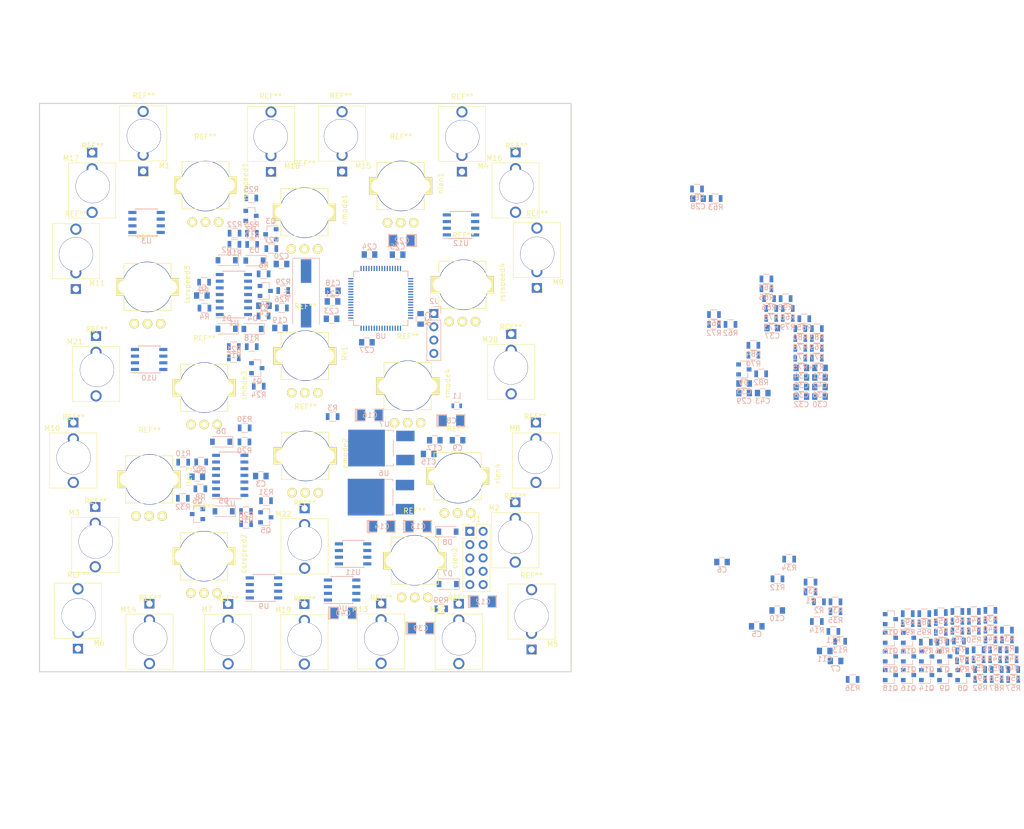
<source format=kicad_pcb>
(kicad_pcb (version 20171130) (host pcbnew 5.0.2+dfsg1-1)
  (layers (0 F.Cu signal) (31 B.Cu signal) (34 B.Paste user hide) (35 F.Paste user hide) (36 B.SilkS user hide) (37 F.SilkS user hide) (38 B.Mask user hide) (39 F.Mask user hide) (44 Edge.Cuts user))
  (net 0 "")
  (net 1 +12V)
  (net 2 GND)
  (net 3 -12V)
  (net 4 "Net-(C7-Pad2)")
  (net 5 "Net-(C7-Pad1)")
  (net 6 +3.3VA)
  (net 7 "Net-(C12-Pad1)")
  (net 8 5volts)
  (net 9 +3V3)
  (net 10 "Net-(C19-Pad1)")
  (net 11 "Net-(C20-Pad1)")
  (net 12 "Net-(C21-Pad1)")
  (net 13 "Net-(C22-Pad1)")
  (net 14 "Net-(C30-Pad2)")
  (net 15 ADC0)
  (net 16 ADC9)
  (net 17 "Net-(C31-Pad2)")
  (net 18 ADC3)
  (net 19 "Net-(C32-Pad2)")
  (net 20 "Net-(C33-Pad2)")
  (net 21 ADC6)
  (net 22 ADC1)
  (net 23 "Net-(C34-Pad2)")
  (net 24 "Net-(C35-Pad2)")
  (net 25 ADC10)
  (net 26 "Net-(C36-Pad2)")
  (net 27 ADC4)
  (net 28 "Net-(C37-Pad2)")
  (net 29 ADC7)
  (net 30 AREF-10)
  (net 31 -12VA)
  (net 32 "Net-(C40-Pad1)")
  (net 33 "Net-(R77-Pad2)")
  (net 34 ADC11)
  (net 35 "Net-(R65-Pad2)")
  (net 36 "Net-(D1-Pad2)")
  (net 37 "Net-(D1-Pad1)")
  (net 38 "Net-(D2-Pad2)")
  (net 39 "Net-(D2-Pad1)")
  (net 40 "Net-(D3-Pad1)")
  (net 41 "Net-(D3-Pad2)")
  (net 42 "Net-(D4-Pad2)")
  (net 43 "Net-(D4-Pad1)")
  (net 44 "Net-(D5-Pad1)")
  (net 45 "Net-(D5-Pad2)")
  (net 46 "Net-(D6-Pad1)")
  (net 47 "Net-(D6-Pad2)")
  (net 48 "Net-(D7-Pad1)")
  (net 49 "Net-(D8-Pad2)")
  (net 50 /micro/SWDIO)
  (net 51 /micro/SWCLK)
  (net 52 "Net-(R79-Pad2)")
  (net 53 ADC5)
  (net 54 "Net-(R67-Pad2)")
  (net 55 NSPEED_IN)
  (net 56 CLEN_IN)
  (net 57 CSPEED_IN)
  (net 58 NLEN_IN)
  (net 59 RSROUT1)
  (net 60 LSROUT1)
  (net 61 CSROUT1)
  (net 62 RLEN_IN)
  (net 63 RSPEED_IN)
  (net 64 LLEN_IN)
  (net 65 LSPEED_IN)
  (net 66 RSROUT2)
  (net 67 LSROUT2)
  (net 68 NSRCLK)
  (net 69 RSR)
  (net 70 LSR)
  (net 71 ADC_IN)
  (net 72 DAC_OUT)
  (net 73 RSRCLK)
  (net 74 TIM1_CH1)
  (net 75 LSRCLK)
  (net 76 CSRCLK)
  (net 77 "Net-(M23-Pad3)")
  (net 78 "Net-(R75-Pad2)")
  (net 79 ADC2)
  (net 80 "Net-(R63-Pad2)")
  (net 81 "Net-(Q1-Pad1)")
  (net 82 MSB_IN)
  (net 83 "Net-(Q2-Pad1)")
  (net 84 5_IN)
  (net 85 "Net-(Q3-Pad1)")
  (net 86 4_IN)
  (net 87 "Net-(Q4-Pad1)")
  (net 88 3_IN)
  (net 89 2_IN)
  (net 90 "Net-(Q5-Pad1)")
  (net 91 1_IN)
  (net 92 "Net-(Q6-Pad1)")
  (net 93 "Net-(Q7-Pad1)")
  (net 94 LSRIN)
  (net 95 "Net-(Q8-Pad1)")
  (net 96 "Net-(Q9-Pad1)")
  (net 97 "Net-(Q10-Pad1)")
  (net 98 LSRCLKIN)
  (net 99 "Net-(Q11-Pad1)")
  (net 100 RSRIN)
  (net 101 "Net-(Q12-Pad1)")
  (net 102 "Net-(Q13-Pad1)")
  (net 103 "Net-(Q14-Pad1)")
  (net 104 RSRCLKIN)
  (net 105 "Net-(Q15-Pad1)")
  (net 106 "Net-(Q16-Pad1)")
  (net 107 NSRCLKIN)
  (net 108 "Net-(Q17-Pad1)")
  (net 109 CSRCLKIN)
  (net 110 "Net-(Q18-Pad1)")
  (net 111 "Net-(R1-Pad1)")
  (net 112 "Net-(R11-Pad2)")
  (net 113 /ADCREF)
  (net 114 "Net-(R4-Pad2)")
  (net 115 "Net-(R5-Pad2)")
  (net 116 "Net-(R6-Pad2)")
  (net 117 "Net-(R7-Pad2)")
  (net 118 "Net-(R8-Pad2)")
  (net 119 "Net-(R10-Pad1)")
  (net 120 "Net-(R11-Pad1)")
  (net 121 "Net-(R12-Pad1)")
  (net 122 /buf_out)
  (net 123 DAC_MC_OUT)
  (net 124 PULSE1OUT)
  (net 125 PULSE2OUT)
  (net 126 PULSE3OUT)
  (net 127 PULSE4OUT)
  (net 128 "Net-(R69-Pad2)")
  (net 129 "Net-(R81-Pad2)")
  (net 130 PULSE5OUT)
  (net 131 PULSE6OUT)
  (net 132 ADC8)
  (net 133 CSROUT2)
  (net 134 PULSE8OUT)
  (net 135 PULSE7OUT)
  (net 136 PULSE10OUT)
  (net 137 PULSE9OUT)
  (net 138 PULSE11OUT)
  (module Mounting_Holes:MountingHole_8.4mm_M8 (layer F.Cu) (at 122.98 105.77)
    (fp_text reference REF** (at 0 -9.4) (layer F.SilkS))
    (fp_text value MountingHole_8.4mm_M8)
    (pad "" np_thru_hole circle (at 0 0) (size 9.6 9.6) (drill 9.4) (layers *.Cu *.Mask))
  )
  (module Crystals:Crystal_SMD_HC49-SD (layer B.Cu) (at 123.1 93.91 270)
    (fp_text reference Y1 (at 0 3.55 270) (layer B.SilkS) (effects (justify mirror)))
    (fp_text value 8MHz)
    (pad 1 smd rect (at -4.25 0 270) (size 4.5 2) (layers B.Cu B.Paste B.Mask) (net 11 "Net-(C20-Pad1)"))
    (pad 2 smd rect (at 4.25 0 270) (size 4.5 2) (layers B.Cu B.Paste B.Mask) (net 10 "Net-(C19-Pad1)"))
  )
  (module Mounting_Holes:MountingHole_6.4mm_M6 (layer F.Cu) (at 116.35 63.75)
    (fp_text reference REF** (at 0 -7.4) (layer F.SilkS))
    (fp_text value MountingHole_6.4mm_M6)
    (pad "" thru_hole circle (at 0 0.28) (size 6.5 6.5) (drill 6.4) (layers *.Cu *.Mask))
  )
  (module Mounting_Holes:MountingHole_6.4mm_M6 (layer F.Cu) (at 137.42 159.33)
    (fp_text reference REF** (at 0 -7.4) (layer F.SilkS))
    (fp_text value MountingHole_6.4mm_M6)
    (pad "" thru_hole circle (at 0 0.28) (size 6.5 6.5) (drill 6.4) (layers *.Cu *.Mask))
  )
  (module Mounting_Holes:MountingHole_6.4mm_M6 (layer F.Cu) (at 108.15 159.45)
    (fp_text reference REF** (at 0 -7.4) (layer F.SilkS))
    (fp_text value MountingHole_6.4mm_M6)
    (pad "" thru_hole circle (at 0 0.28) (size 6.5 6.5) (drill 6.4) (layers *.Cu *.Mask))
  )
  (module Mounting_Holes:MountingHole_6.4mm_M6 (layer F.Cu) (at 129.74 63.66)
    (fp_text reference REF** (at 0 -7.4) (layer F.SilkS))
    (fp_text value MountingHole_6.4mm_M6)
    (pad "" thru_hole circle (at 0 0.28) (size 6.5 6.5) (drill 6.4) (layers *.Cu *.Mask))
  )
  (module Mounting_Holes:MountingHole_6.4mm_M6 (layer F.Cu) (at 166.05 155.06)
    (fp_text reference REF** (at 0 -7.4) (layer F.SilkS))
    (fp_text value MountingHole_6.4mm_M6)
    (pad "" thru_hole circle (at 0 0.28) (size 6.5 6.5) (drill 6.4) (layers *.Cu *.Mask))
  )
  (module Mounting_Holes:MountingHole_6.4mm_M6 (layer F.Cu) (at 152.23 159.33)
    (fp_text reference REF** (at 0 -7.4) (layer F.SilkS))
    (fp_text value MountingHole_6.4mm_M6)
    (pad "" thru_hole circle (at 0 0.28) (size 6.5 6.5) (drill 6.4) (layers *.Cu *.Mask))
  )
  (module Mounting_Holes:MountingHole_6.4mm_M6 (layer F.Cu) (at 93.4 159.36)
    (fp_text reference REF** (at 0 -7.4) (layer F.SilkS))
    (fp_text value MountingHole_6.4mm_M6)
    (pad "" thru_hole circle (at 0 0.28) (size 6.5 6.5) (drill 6.4) (layers *.Cu *.Mask))
  )
  (module Mounting_Holes:MountingHole_6.4mm_M6 (layer F.Cu) (at 79.75 154.98)
    (fp_text reference REF** (at 0 -7.4) (layer F.SilkS))
    (fp_text value MountingHole_6.4mm_M6)
    (pad "" thru_hole circle (at 0 0.28) (size 6.5 6.5) (drill 6.4) (layers *.Cu *.Mask))
  )
  (module Mounting_Holes:MountingHole_6.4mm_M6 (layer F.Cu) (at 163.18 73.21)
    (fp_text reference REF** (at 0 -7.4) (layer F.SilkS))
    (fp_text value MountingHole_6.4mm_M6)
    (pad "" thru_hole circle (at 0 0.28) (size 6.5 6.5) (drill 6.4) (layers *.Cu *.Mask))
  )
  (module Mounting_Holes:MountingHole_6.4mm_M6 (layer F.Cu) (at 82.45 73.19)
    (fp_text reference REF** (at 0 -7.4) (layer F.SilkS))
    (fp_text value MountingHole_6.4mm_M6)
    (pad "" thru_hole circle (at 0 0.28) (size 6.5 6.5) (drill 6.4) (layers *.Cu *.Mask))
  )
  (module Mounting_Holes:MountingHole_6.4mm_M6 (layer F.Cu) (at 122.84 159.55)
    (fp_text reference REF** (at 0 -7.4) (layer F.SilkS))
    (fp_text value MountingHole_6.4mm_M6)
    (pad "" thru_hole circle (at 0 0.28) (size 6.5 6.5) (drill 6.4) (layers *.Cu *.Mask))
  )
  (module Mounting_Holes:MountingHole_6.4mm_M6 (layer F.Cu) (at 79.27 86.18)
    (fp_text reference REF** (at 0 -7.4) (layer F.SilkS))
    (fp_text value MountingHole_6.4mm_M6)
    (pad "" thru_hole circle (at 0 0.28) (size 6.5 6.5) (drill 6.4) (layers *.Cu *.Mask))
  )
  (module Mounting_Holes:MountingHole_6.4mm_M6 (layer F.Cu) (at 167.14 86.1)
    (fp_text reference REF** (at 0 -7.4) (layer F.SilkS))
    (fp_text value MountingHole_6.4mm_M6)
    (pad "" thru_hole circle (at 0 0.28) (size 6.5 6.5) (drill 6.4) (layers *.Cu *.Mask))
  )
  (module Mounting_Holes:MountingHole_6.4mm_M6 (layer F.Cu) (at 122.85 141.26)
    (fp_text reference REF** (at 0 -7.4) (layer F.SilkS))
    (fp_text value MountingHole_6.4mm_M6)
    (pad "" thru_hole circle (at 0 0.28) (size 6.5 6.5) (drill 6.4) (layers *.Cu *.Mask))
  )
  (module Mounting_Holes:MountingHole_6.4mm_M6 (layer F.Cu) (at 166.76 124.76)
    (fp_text reference REF** (at 0 -7.4) (layer F.SilkS))
    (fp_text value MountingHole_6.4mm_M6)
    (pad "" thru_hole circle (at 0 0.28) (size 6.5 6.5) (drill 6.4) (layers *.Cu *.Mask))
  )
  (module Mounting_Holes:MountingHole_6.4mm_M6 (layer F.Cu) (at 78.81 124.9)
    (fp_text reference REF** (at 0 -7.4) (layer F.SilkS))
    (fp_text value MountingHole_6.4mm_M6)
    (pad "" thru_hole circle (at 0 0.28) (size 6.5 6.5) (drill 6.4) (layers *.Cu *.Mask))
  )
  (module Mounting_Holes:MountingHole_6.4mm_M6 (layer F.Cu) (at 83.25 108.19)
    (fp_text reference REF** (at 0 -7.4) (layer F.SilkS))
    (fp_text value MountingHole_6.4mm_M6)
    (pad "" thru_hole circle (at 0 0.28) (size 6.5 6.5) (drill 6.4) (layers *.Cu *.Mask))
  )
  (module Mounting_Holes:MountingHole_6.4mm_M6 (layer F.Cu) (at 162.12 107.74)
    (fp_text reference REF** (at 0 -7.4) (layer F.SilkS))
    (fp_text value MountingHole_6.4mm_M6)
    (pad "" thru_hole circle (at 0 0.28) (size 6.5 6.5) (drill 6.4) (layers *.Cu *.Mask))
  )
  (module Mounting_Holes:MountingHole_6.4mm_M6 (layer F.Cu) (at 83.02 140.91)
    (fp_text reference REF** (at 0 -7.4) (layer F.SilkS))
    (fp_text value MountingHole_6.4mm_M6)
    (pad "" thru_hole circle (at 0 0.28) (size 6.5 6.5) (drill 6.4) (layers *.Cu *.Mask))
  )
  (module Mounting_Holes:MountingHole_6.4mm_M6 (layer F.Cu) (at 162.96 140)
    (fp_text reference REF** (at 0 -7.4) (layer F.SilkS))
    (fp_text value MountingHole_6.4mm_M6)
    (pad "" thru_hole circle (at 0 0.28) (size 6.5 6.5) (drill 6.4) (layers *.Cu *.Mask))
  )
  (module Mounting_Holes:MountingHole_6.4mm_M6 (layer F.Cu) (at 152.86 63.84)
    (fp_text reference REF** (at 0 -7.4) (layer F.SilkS))
    (fp_text value MountingHole_6.4mm_M6)
    (pad "" thru_hole circle (at 0 0.28) (size 6.5 6.5) (drill 6.4) (layers *.Cu *.Mask))
  )
  (module Mounting_Holes:MountingHole_8.4mm_M8 (layer F.Cu) (at 93.3 129.35)
    (fp_text reference REF** (at 0 -9.4) (layer F.SilkS))
    (fp_text value MountingHole_8.4mm_M8)
    (pad "" np_thru_hole circle (at 0 0) (size 9.6 9.6) (drill 9.4) (layers *.Cu *.Mask))
  )
  (module Mounting_Holes:MountingHole_8.4mm_M8 (layer F.Cu) (at 152.07 129.11)
    (fp_text reference REF** (at 0 -9.4) (layer F.SilkS))
    (fp_text value MountingHole_8.4mm_M8)
    (pad "" np_thru_hole circle (at 0 0) (size 9.6 9.6) (drill 9.4) (layers *.Cu *.Mask))
  )
  (module Mounting_Holes:MountingHole_8.4mm_M8 (layer F.Cu) (at 153.1 92.26)
    (fp_text reference REF** (at 0 -9.4) (layer F.SilkS))
    (fp_text value MountingHole_8.4mm_M8)
    (pad "" np_thru_hole circle (at 0 0) (size 9.6 9.6) (drill 9.4) (layers *.Cu *.Mask))
  )
  (module Mounting_Holes:MountingHole_8.4mm_M8 (layer F.Cu) (at 92.85 92.68)
    (fp_text reference REF** (at 0 -9.4) (layer F.SilkS))
    (fp_text value MountingHole_8.4mm_M8)
    (pad "" np_thru_hole circle (at 0 0) (size 9.6 9.6) (drill 9.4) (layers *.Cu *.Mask))
  )
  (module Mounting_Holes:MountingHole_8.4mm_M8 (layer F.Cu) (at 103.65 143.98)
    (fp_text reference REF** (at 0 -9.4) (layer F.SilkS))
    (fp_text value MountingHole_8.4mm_M8)
    (pad "" np_thru_hole circle (at 0 0) (size 9.6 9.6) (drill 9.4) (layers *.Cu *.Mask))
  )
  (module Mounting_Holes:MountingHole_8.4mm_M8 (layer F.Cu) (at 143.78 144.75)
    (fp_text reference REF** (at 0 -9.4) (layer F.SilkS))
    (fp_text value MountingHole_8.4mm_M8)
    (pad "" np_thru_hole circle (at 0 0) (size 9.6 9.6) (drill 9.4) (layers *.Cu *.Mask))
  )
  (module Mounting_Holes:MountingHole_8.4mm_M8 (layer F.Cu) (at 141.19 73.44)
    (fp_text reference REF** (at 0 -9.4) (layer F.SilkS))
    (fp_text value MountingHole_8.4mm_M8)
    (pad "" np_thru_hole circle (at 0 0) (size 9.6 9.6) (drill 9.4) (layers *.Cu *.Mask))
  )
  (module Mounting_Holes:MountingHole_8.4mm_M8 (layer F.Cu) (at 103.93 73.46)
    (fp_text reference REF** (at 0 -9.4) (layer F.SilkS))
    (fp_text value MountingHole_8.4mm_M8)
    (pad "" np_thru_hole circle (at 0 0) (size 9.6 9.6) (drill 9.4) (layers *.Cu *.Mask))
  )
  (module Mounting_Holes:MountingHole_8.4mm_M8 (layer F.Cu) (at 123.03 124.89)
    (fp_text reference REF** (at 0 -9.4) (layer F.SilkS))
    (fp_text value MountingHole_8.4mm_M8)
    (pad "" np_thru_hole circle (at 0 0) (size 9.6 9.6) (drill 9.4) (layers *.Cu *.Mask))
  )
  (module Mounting_Holes:MountingHole_8.4mm_M8 (layer F.Cu) (at 122.79 78.54)
    (fp_text reference REF** (at 0 -9.4) (layer F.SilkS))
    (fp_text value MountingHole_8.4mm_M8)
    (pad "" np_thru_hole circle (at 0 0) (size 9.6 9.6) (drill 9.4) (layers *.Cu *.Mask))
  )
  (module Mounting_Holes:MountingHole_8.4mm_M8 (layer F.Cu) (at 142.52 111.5)
    (fp_text reference REF** (at 0 -9.4) (layer F.SilkS))
    (fp_text value MountingHole_8.4mm_M8)
    (pad "" np_thru_hole circle (at 0 0) (size 9.6 9.6) (drill 9.4) (layers *.Cu *.Mask))
  )
  (module Mounting_Holes:MountingHole_8.4mm_M8 (layer F.Cu) (at 103.75 111.85)
    (fp_text reference REF** (at 0 -9.4) (layer F.SilkS))
    (fp_text value MountingHole_8.4mm_M8)
    (pad "" np_thru_hole circle (at 0 0) (size 9.6 9.6) (drill 9.4) (layers *.Cu *.Mask))
  )
  (module Mounting_Holes:MountingHole_6.4mm_M6 (layer F.Cu) (at 92.2 63.63)
    (fp_text reference REF** (at 0 -7.4) (layer F.SilkS))
    (fp_text value MountingHole_6.4mm_M6)
    (pad "" thru_hole circle (at 0 0.28) (size 6.5 6.5) (drill 6.4) (layers *.Cu *.Mask))
  )
  (module Capacitors_SMD:C_0805 (layer B.Cu) (at 103.24 94.31 180)
    (fp_text reference C1 (at 0 1.5 180) (layer B.SilkS) (effects (justify mirror)))
    (fp_text value 100nF)
    (pad 1 smd rect (at -1 0 180) (size 1 1.25) (layers B.Cu B.Paste B.Mask) (net 1 +12V))
    (pad 2 smd rect (at 1 0 180) (size 1 1.25) (layers B.Cu B.Paste B.Mask) (net 2 GND))
  )
  (module Capacitors_SMD:C_0805 (layer B.Cu) (at 102.38 128.85 180)
    (fp_text reference C2 (at 0 1.5 180) (layer B.SilkS) (effects (justify mirror)))
    (fp_text value 100nF)
    (pad 2 smd rect (at 1 0 180) (size 1 1.25) (layers B.Cu B.Paste B.Mask) (net 2 GND))
    (pad 1 smd rect (at -1 0 180) (size 1 1.25) (layers B.Cu B.Paste B.Mask) (net 1 +12V))
  )
  (module Capacitors_SMD:C_0805 (layer B.Cu) (at 114.48 128.71)
    (fp_text reference C3 (at 0 1.5) (layer B.SilkS) (effects (justify mirror)))
    (fp_text value 100nF)
    (pad 2 smd rect (at 1 0) (size 1 1.25) (layers B.Cu B.Paste B.Mask) (net 2 GND))
    (pad 1 smd rect (at -1 0) (size 1 1.25) (layers B.Cu B.Paste B.Mask) (net 3 -12V))
  )
  (module Capacitors_SMD:C_0805 (layer B.Cu) (at 115.08 96.26)
    (fp_text reference C4 (at 0 1.5) (layer B.SilkS) (effects (justify mirror)))
    (fp_text value 100nF)
    (pad 2 smd rect (at 1 0) (size 1 1.25) (layers B.Cu B.Paste B.Mask) (net 2 GND))
    (pad 1 smd rect (at -1 0) (size 1 1.25) (layers B.Cu B.Paste B.Mask) (net 3 -12V))
  )
  (module Capacitors_SMD:C_0805 (layer B.Cu) (at 208.965001 157.342345)
    (fp_text reference C5 (at 0 1.5) (layer B.SilkS) (effects (justify mirror)))
    (fp_text value 100nF)
    (pad 1 smd rect (at -1 0) (size 1 1.25) (layers B.Cu B.Paste B.Mask) (net 1 +12V))
    (pad 2 smd rect (at 1 0) (size 1 1.25) (layers B.Cu B.Paste B.Mask) (net 2 GND))
  )
  (module Capacitors_SMD:C_0805 (layer B.Cu) (at 202.345001 145.092345)
    (fp_text reference C6 (at 0 1.5) (layer B.SilkS) (effects (justify mirror)))
    (fp_text value 100nF)
    (pad 1 smd rect (at -1 0) (size 1 1.25) (layers B.Cu B.Paste B.Mask) (net 3 -12V))
    (pad 2 smd rect (at 1 0) (size 1 1.25) (layers B.Cu B.Paste B.Mask) (net 2 GND))
  )
  (module Capacitors_SMD:C_0805 (layer B.Cu) (at 223.985001 163.942345)
    (fp_text reference C7 (at 0 1.5) (layer B.SilkS) (effects (justify mirror)))
    (fp_text value 47pF)
    (pad 2 smd rect (at 1 0) (size 1 1.25) (layers B.Cu B.Paste B.Mask) (net 4 "Net-(C7-Pad2)"))
    (pad 1 smd rect (at -1 0) (size 1 1.25) (layers B.Cu B.Paste B.Mask) (net 5 "Net-(C7-Pad1)"))
  )
  (module SMD_Packages:SMD-1206_Pol (layer B.Cu) (at 150.8 118.16)
    (fp_text reference C8 (at 0 0) (layer B.SilkS) (effects (justify mirror)))
    (fp_text value 10uF)
    (pad 2 smd rect (at 1.651 0) (size 1.524 2.032) (layers B.Cu B.Paste B.Mask) (net 2 GND))
    (pad 1 smd rect (at -1.651 0) (size 1.524 2.032) (layers B.Cu B.Paste B.Mask) (net 6 +3.3VA))
  )
  (module Capacitors_SMD:C_0805 (layer B.Cu) (at 151.96 121.89)
    (fp_text reference C9 (at 0 1.5) (layer B.SilkS) (effects (justify mirror)))
    (fp_text value 100nF)
    (pad 2 smd rect (at 1 0) (size 1 1.25) (layers B.Cu B.Paste B.Mask) (net 2 GND))
    (pad 1 smd rect (at -1 0) (size 1 1.25) (layers B.Cu B.Paste B.Mask) (net 6 +3.3VA))
  )
  (module Capacitors_SMD:C_0805 (layer B.Cu) (at 212.865001 154.322345)
    (fp_text reference C10 (at 0 1.5) (layer B.SilkS) (effects (justify mirror)))
    (fp_text value 100nF)
    (pad 2 smd rect (at 1 0) (size 1 1.25) (layers B.Cu B.Paste B.Mask) (net 2 GND))
    (pad 1 smd rect (at -1 0) (size 1 1.25) (layers B.Cu B.Paste B.Mask) (net 1 +12V))
  )
  (module Capacitors_SMD:C_0805 (layer B.Cu) (at 221.915001 162.042345)
    (fp_text reference C11 (at 0 1.5) (layer B.SilkS) (effects (justify mirror)))
    (fp_text value 100nF)
    (pad 1 smd rect (at -1 0) (size 1 1.25) (layers B.Cu B.Paste B.Mask) (net 3 -12V))
    (pad 2 smd rect (at 1 0) (size 1 1.25) (layers B.Cu B.Paste B.Mask) (net 2 GND))
  )
  (module SMD_Packages:SMD-1206_Pol (layer B.Cu) (at 156.819 152.64)
    (fp_text reference C12 (at 0 0) (layer B.SilkS) (effects (justify mirror)))
    (fp_text value 10uF)
    (pad 1 smd rect (at -1.651 0) (size 1.524 2.032) (layers B.Cu B.Paste B.Mask) (net 7 "Net-(C12-Pad1)"))
    (pad 2 smd rect (at 1.651 0) (size 1.524 2.032) (layers B.Cu B.Paste B.Mask) (net 3 -12V))
  )
  (module SMD_Packages:SMD-1206_Pol (layer B.Cu) (at 144.45 138.3)
    (fp_text reference C13 (at 0 0) (layer B.SilkS) (effects (justify mirror)))
    (fp_text value 10uF)
    (pad 2 smd rect (at 1.651 0) (size 1.524 2.032) (layers B.Cu B.Paste B.Mask) (net 7 "Net-(C12-Pad1)"))
    (pad 1 smd rect (at -1.651 0) (size 1.524 2.032) (layers B.Cu B.Paste B.Mask) (net 1 +12V))
  )
  (module SMD_Packages:SMD-1206_Pol (layer B.Cu) (at 137.549 138.3)
    (fp_text reference C14 (at 0 0) (layer B.SilkS) (effects (justify mirror)))
    (fp_text value 10uF)
    (pad 1 smd rect (at -1.651 0) (size 1.524 2.032) (layers B.Cu B.Paste B.Mask) (net 8 5volts))
    (pad 2 smd rect (at 1.651 0) (size 1.524 2.032) (layers B.Cu B.Paste B.Mask) (net 2 GND))
  )
  (module Capacitors_SMD:C_0805 (layer B.Cu) (at 146.46 124.51)
    (fp_text reference C15 (at 0 1.5) (layer B.SilkS) (effects (justify mirror)))
    (fp_text value 100nF)
    (pad 2 smd rect (at 1 0) (size 1 1.25) (layers B.Cu B.Paste B.Mask) (net 2 GND))
    (pad 1 smd rect (at -1 0) (size 1 1.25) (layers B.Cu B.Paste B.Mask) (net 8 5volts))
  )
  (module SMD_Packages:SMD-1206_Pol (layer B.Cu) (at 135.27 117.1)
    (fp_text reference C16 (at 0 0) (layer B.SilkS) (effects (justify mirror)))
    (fp_text value 10uF)
    (pad 2 smd rect (at 1.651 0) (size 1.524 2.032) (layers B.Cu B.Paste B.Mask) (net 2 GND))
    (pad 1 smd rect (at -1.651 0) (size 1.524 2.032) (layers B.Cu B.Paste B.Mask) (net 9 +3V3))
  )
  (module Capacitors_SMD:C_0805 (layer B.Cu) (at 147.62 121.89)
    (fp_text reference C17 (at 0 1.5) (layer B.SilkS) (effects (justify mirror)))
    (fp_text value 100nF)
    (pad 1 smd rect (at -1 0) (size 1 1.25) (layers B.Cu B.Paste B.Mask) (net 9 +3V3))
    (pad 2 smd rect (at 1 0) (size 1 1.25) (layers B.Cu B.Paste B.Mask) (net 2 GND))
  )
  (module Capacitors_SMD:C_0805 (layer B.Cu) (at 128.22 93.42 180)
    (fp_text reference C18 (at 0 1.5 180) (layer B.SilkS) (effects (justify mirror)))
    (fp_text value 100nF)
    (pad 1 smd rect (at -1 0 180) (size 1 1.25) (layers B.Cu B.Paste B.Mask) (net 6 +3.3VA))
    (pad 2 smd rect (at 1 0 180) (size 1 1.25) (layers B.Cu B.Paste B.Mask) (net 2 GND))
  )
  (module Capacitors_SMD:C_0805 (layer B.Cu) (at 118.13 100.5 180)
    (fp_text reference C19 (at 0 1.5 180) (layer B.SilkS) (effects (justify mirror)))
    (fp_text value 18pF)
    (pad 2 smd rect (at 1 0 180) (size 1 1.25) (layers B.Cu B.Paste B.Mask) (net 2 GND))
    (pad 1 smd rect (at -1 0 180) (size 1 1.25) (layers B.Cu B.Paste B.Mask) (net 10 "Net-(C19-Pad1)"))
  )
  (module Capacitors_SMD:C_0805 (layer B.Cu) (at 118.42 88.31 180)
    (fp_text reference C20 (at 0 1.5 180) (layer B.SilkS) (effects (justify mirror)))
    (fp_text value 18pF)
    (pad 1 smd rect (at -1 0 180) (size 1 1.25) (layers B.Cu B.Paste B.Mask) (net 11 "Net-(C20-Pad1)"))
    (pad 2 smd rect (at 1 0 180) (size 1 1.25) (layers B.Cu B.Paste B.Mask) (net 2 GND))
  )
  (module Capacitors_SMD:C_0805 (layer B.Cu) (at 128.14 95.45 180)
    (fp_text reference C21 (at 0 1.5 180) (layer B.SilkS) (effects (justify mirror)))
    (fp_text value 100nF)
    (pad 1 smd rect (at -1 0 180) (size 1 1.25) (layers B.Cu B.Paste B.Mask) (net 12 "Net-(C21-Pad1)"))
    (pad 2 smd rect (at 1 0 180) (size 1 1.25) (layers B.Cu B.Paste B.Mask) (net 2 GND))
  )
  (module SMD_Packages:SMD-1206_Pol (layer B.Cu) (at 141.351 83.84 180)
    (fp_text reference C22 (at 0 0 180) (layer B.SilkS) (effects (justify mirror)))
    (fp_text value 4.7uF)
    (pad 2 smd rect (at 1.651 0 180) (size 1.524 2.032) (layers B.Cu B.Paste B.Mask) (net 2 GND))
    (pad 1 smd rect (at -1.651 0 180) (size 1.524 2.032) (layers B.Cu B.Paste B.Mask) (net 13 "Net-(C22-Pad1)"))
  )
  (module Capacitors_SMD:C_0805 (layer B.Cu) (at 127.96 98.75 180)
    (fp_text reference C23 (at 0 1.5 180) (layer B.SilkS) (effects (justify mirror)))
    (fp_text value 100nF)
    (pad 2 smd rect (at 1 0 180) (size 1 1.25) (layers B.Cu B.Paste B.Mask) (net 2 GND))
    (pad 1 smd rect (at -1 0 180) (size 1 1.25) (layers B.Cu B.Paste B.Mask) (net 9 +3V3))
  )
  (module Capacitors_SMD:C_0805 (layer B.Cu) (at 135.19 86.51 180)
    (fp_text reference C24 (at 0 1.5 180) (layer B.SilkS) (effects (justify mirror)))
    (fp_text value 100nF)
    (pad 1 smd rect (at -1 0 180) (size 1 1.25) (layers B.Cu B.Paste B.Mask) (net 9 +3V3))
    (pad 2 smd rect (at 1 0 180) (size 1 1.25) (layers B.Cu B.Paste B.Mask) (net 2 GND))
  )
  (module Capacitors_SMD:C_0805 (layer B.Cu) (at 140.54 86.53 180)
    (fp_text reference C25 (at 0 1.5 180) (layer B.SilkS) (effects (justify mirror)))
    (fp_text value 100nF)
    (pad 2 smd rect (at 1 0 180) (size 1 1.25) (layers B.Cu B.Paste B.Mask) (net 2 GND))
    (pad 1 smd rect (at -1 0 180) (size 1 1.25) (layers B.Cu B.Paste B.Mask) (net 9 +3V3))
  )
  (module Capacitors_SMD:C_0805 (layer B.Cu) (at 144.92 98.77 90)
    (fp_text reference C26 (at 0 1.5 90) (layer B.SilkS) (effects (justify mirror)))
    (fp_text value 100nF)
    (pad 1 smd rect (at -1 0 90) (size 1 1.25) (layers B.Cu B.Paste B.Mask) (net 9 +3V3))
    (pad 2 smd rect (at 1 0 90) (size 1 1.25) (layers B.Cu B.Paste B.Mask) (net 2 GND))
  )
  (module Capacitors_SMD:C_0805 (layer B.Cu) (at 134.69 103.23)
    (fp_text reference C27 (at 0 1.5) (layer B.SilkS) (effects (justify mirror)))
    (fp_text value 100nF)
    (pad 1 smd rect (at -1 0) (size 1 1.25) (layers B.Cu B.Paste B.Mask) (net 9 +3V3))
    (pad 2 smd rect (at 1 0) (size 1 1.25) (layers B.Cu B.Paste B.Mask) (net 2 GND))
  )
  (module Capacitors_SMD:C_0805 (layer B.Cu) (at 197.785001 75.862345)
    (fp_text reference C28 (at 0 1.5) (layer B.SilkS) (effects (justify mirror)))
    (fp_text value 100N)
    (pad 2 smd rect (at 1 0) (size 1 1.25) (layers B.Cu B.Paste B.Mask) (net 9 +3V3))
    (pad 1 smd rect (at -1 0) (size 1 1.25) (layers B.Cu B.Paste B.Mask) (net 2 GND))
  )
  (module Capacitors_SMD:C_0805 (layer B.Cu) (at 206.555001 112.902345)
    (fp_text reference C29 (at 0 1.5) (layer B.SilkS) (effects (justify mirror)))
    (fp_text value 100N)
    (pad 1 smd rect (at -1 0) (size 1 1.25) (layers B.Cu B.Paste B.Mask) (net 2 GND))
    (pad 2 smd rect (at 1 0) (size 1 1.25) (layers B.Cu B.Paste B.Mask) (net 9 +3V3))
  )
  (module Capacitors_SMD:C_0805 (layer B.Cu) (at 221.015001 113.572345)
    (fp_text reference C30 (at 0 1.5) (layer B.SilkS) (effects (justify mirror)))
    (fp_text value 1nF)
    (pad 2 smd rect (at 1 0) (size 1 1.25) (layers B.Cu B.Paste B.Mask) (net 14 "Net-(C30-Pad2)"))
    (pad 1 smd rect (at -1 0) (size 1 1.25) (layers B.Cu B.Paste B.Mask) (net 15 ADC0))
  )
  (module Capacitors_SMD:C_0805 (layer B.Cu) (at 221.015001 108.112345)
    (fp_text reference C31 (at 0 1.5) (layer B.SilkS) (effects (justify mirror)))
    (fp_text value 1nF)
    (pad 1 smd rect (at -1 0) (size 1 1.25) (layers B.Cu B.Paste B.Mask) (net 16 ADC9))
    (pad 2 smd rect (at 1 0) (size 1 1.25) (layers B.Cu B.Paste B.Mask) (net 17 "Net-(C31-Pad2)"))
  )
  (module Capacitors_SMD:C_0805 (layer B.Cu) (at 217.465001 113.572345)
    (fp_text reference C32 (at 0 1.5) (layer B.SilkS) (effects (justify mirror)))
    (fp_text value 1nF)
    (pad 1 smd rect (at -1 0) (size 1 1.25) (layers B.Cu B.Paste B.Mask) (net 18 ADC3))
    (pad 2 smd rect (at 1 0) (size 1 1.25) (layers B.Cu B.Paste B.Mask) (net 19 "Net-(C32-Pad2)"))
  )
  (module Capacitors_SMD:C_0805 (layer B.Cu) (at 206.555001 111.082345)
    (fp_text reference C33 (at 0 1.5) (layer B.SilkS) (effects (justify mirror)))
    (fp_text value 1nF)
    (pad 2 smd rect (at 1 0) (size 1 1.25) (layers B.Cu B.Paste B.Mask) (net 20 "Net-(C33-Pad2)"))
    (pad 1 smd rect (at -1 0) (size 1 1.25) (layers B.Cu B.Paste B.Mask) (net 21 ADC6))
  )
  (module Capacitors_SMD:C_0805 (layer B.Cu) (at 217.465001 108.112345)
    (fp_text reference C34 (at 0 1.5) (layer B.SilkS) (effects (justify mirror)))
    (fp_text value 1nF)
    (pad 1 smd rect (at -1 0) (size 1 1.25) (layers B.Cu B.Paste B.Mask) (net 22 ADC1))
    (pad 2 smd rect (at 1 0) (size 1 1.25) (layers B.Cu B.Paste B.Mask) (net 23 "Net-(C34-Pad2)"))
  )
  (module Capacitors_SMD:C_0805 (layer B.Cu) (at 217.465001 109.932345)
    (fp_text reference C35 (at 0 1.5) (layer B.SilkS) (effects (justify mirror)))
    (fp_text value 1nF)
    (pad 2 smd rect (at 1 0) (size 1 1.25) (layers B.Cu B.Paste B.Mask) (net 24 "Net-(C35-Pad2)"))
    (pad 1 smd rect (at -1 0) (size 1 1.25) (layers B.Cu B.Paste B.Mask) (net 25 ADC10))
  )
  (module Capacitors_SMD:C_0805 (layer B.Cu) (at 221.015001 111.752345)
    (fp_text reference C36 (at 0 1.5) (layer B.SilkS) (effects (justify mirror)))
    (fp_text value 1nF)
    (pad 2 smd rect (at 1 0) (size 1 1.25) (layers B.Cu B.Paste B.Mask) (net 26 "Net-(C36-Pad2)"))
    (pad 1 smd rect (at -1 0) (size 1 1.25) (layers B.Cu B.Paste B.Mask) (net 27 ADC4))
  )
  (module Capacitors_SMD:C_0805 (layer B.Cu) (at 211.925001 100.522345)
    (fp_text reference C37 (at 0 1.5) (layer B.SilkS) (effects (justify mirror)))
    (fp_text value 1nF)
    (pad 2 smd rect (at 1 0) (size 1 1.25) (layers B.Cu B.Paste B.Mask) (net 28 "Net-(C37-Pad2)"))
    (pad 1 smd rect (at -1 0) (size 1 1.25) (layers B.Cu B.Paste B.Mask) (net 29 ADC7))
  )
  (module Capacitors_SMD:C_0805 (layer B.Cu) (at 217.465001 111.752345)
    (fp_text reference C38 (at 0 1.5) (layer B.SilkS) (effects (justify mirror)))
    (fp_text value 100N)
    (pad 1 smd rect (at -1 0) (size 1 1.25) (layers B.Cu B.Paste B.Mask) (net 2 GND))
    (pad 2 smd rect (at 1 0) (size 1 1.25) (layers B.Cu B.Paste B.Mask) (net 30 AREF-10))
  )
  (module SMD_Packages:SMD-1206_Pol (layer B.Cu) (at 144.95 157.7)
    (fp_text reference C39 (at 0 0) (layer B.SilkS) (effects (justify mirror)))
    (fp_text value 10uF)
    (pad 1 smd rect (at -1.651 0) (size 1.524 2.032) (layers B.Cu B.Paste B.Mask) (net 2 GND))
    (pad 2 smd rect (at 1.651 0) (size 1.524 2.032) (layers B.Cu B.Paste B.Mask) (net 31 -12VA))
  )
  (module SMD_Packages:SMD-1206_Pol (layer B.Cu) (at 130.17 154.82)
    (fp_text reference C40 (at 0 0) (layer B.SilkS) (effects (justify mirror)))
    (fp_text value 1uF)
    (pad 1 smd rect (at -1.651 0) (size 1.524 2.032) (layers B.Cu B.Paste B.Mask) (net 32 "Net-(C40-Pad1)"))
    (pad 2 smd rect (at 1.651 0) (size 1.524 2.032) (layers B.Cu B.Paste B.Mask) (net 2 GND))
  )
  (module Capacitors_SMD:C_0805 (layer B.Cu) (at 221.015001 109.932345)
    (fp_text reference C42 (at 0 1.5) (layer B.SilkS) (effects (justify mirror)))
    (fp_text value 100N)
    (pad 1 smd rect (at -1 0) (size 1 1.25) (layers B.Cu B.Paste B.Mask) (net 2 GND))
    (pad 2 smd rect (at 1 0) (size 1 1.25) (layers B.Cu B.Paste B.Mask) (net 9 +3V3))
  )
  (module Capacitors_SMD:C_0805 (layer B.Cu) (at 210.105001 112.902345)
    (fp_text reference C43 (at 0 1.5) (layer B.SilkS) (effects (justify mirror)))
    (fp_text value 100N)
    (pad 2 smd rect (at 1 0) (size 1 1.25) (layers B.Cu B.Paste B.Mask) (net 9 +3V3))
    (pad 1 smd rect (at -1 0) (size 1 1.25) (layers B.Cu B.Paste B.Mask) (net 2 GND))
  )
  (module new_kicad:Potentiometer_Alps-RK09 (layer F.Cu) (at 143.81 144.84 90)
    (fp_text reference clen2 (at 0.5 7.6 270) (layer F.SilkS))
    (fp_text value 10K)
    (pad 5 thru_hole rect (at 0 4.35) (size 3.3 3.3) (drill 2.5) (layers *.Cu *.Mask F.SilkS))
    (pad 4 thru_hole rect (at 0 -4.35) (size 3.3 3.3) (drill 2.5) (layers *.Cu *.Mask F.SilkS))
    (pad 3 thru_hole circle (at -7 2.5) (size 1.8 1.8) (drill 1) (layers *.Cu *.Mask F.SilkS) (net 30 AREF-10))
    (pad 2 thru_hole circle (at -7 0) (size 1.8 1.8) (drill 1) (layers *.Cu *.Mask F.SilkS) (net 33 "Net-(R77-Pad2)"))
    (pad 1 thru_hole circle (at -7 -2.5) (size 1.8 1.8) (drill 1) (layers *.Cu *.Mask F.SilkS) (net 2 GND))
  )
  (module new_kicad:Potentiometer_Alps-RK09 (layer F.Cu) (at 122.94 124.87 90)
    (fp_text reference cmode2 (at 0.5 7.6 270) (layer F.SilkS))
    (fp_text value 10K)
    (pad 1 thru_hole circle (at -7 -2.5) (size 1.8 1.8) (drill 1) (layers *.Cu *.Mask F.SilkS) (net 2 GND))
    (pad 2 thru_hole circle (at -7 0) (size 1.8 1.8) (drill 1) (layers *.Cu *.Mask F.SilkS) (net 34 ADC11))
    (pad 3 thru_hole circle (at -7 2.5) (size 1.8 1.8) (drill 1) (layers *.Cu *.Mask F.SilkS) (net 6 +3.3VA))
    (pad 4 thru_hole rect (at 0 -4.35) (size 3.3 3.3) (drill 2.5) (layers *.Cu *.Mask F.SilkS))
    (pad 5 thru_hole rect (at 0 4.35) (size 3.3 3.3) (drill 2.5) (layers *.Cu *.Mask F.SilkS))
  )
  (module new_kicad:Potentiometer_Alps-RK09 (layer F.Cu) (at 103.65 144 90)
    (fp_text reference csrspeed2 (at 0.5 7.6 270) (layer F.SilkS))
    (fp_text value 10K)
    (pad 5 thru_hole rect (at 0 4.35) (size 3.3 3.3) (drill 2.5) (layers *.Cu *.Mask F.SilkS))
    (pad 4 thru_hole rect (at 0 -4.35) (size 3.3 3.3) (drill 2.5) (layers *.Cu *.Mask F.SilkS))
    (pad 3 thru_hole circle (at -7 2.5) (size 1.8 1.8) (drill 1) (layers *.Cu *.Mask F.SilkS) (net 30 AREF-10))
    (pad 2 thru_hole circle (at -7 0) (size 1.8 1.8) (drill 1) (layers *.Cu *.Mask F.SilkS) (net 35 "Net-(R65-Pad2)"))
    (pad 1 thru_hole circle (at -7 -2.5) (size 1.8 1.8) (drill 1) (layers *.Cu *.Mask F.SilkS) (net 2 GND))
  )
  (module Diodes_SMD:D_SOD-123 (layer B.Cu) (at 107.97 100.66 180)
    (fp_text reference D1 (at 0 2 180) (layer B.SilkS) (effects (justify mirror)))
    (fp_text value 4148)
    (pad 2 smd rect (at 1.65 0 180) (size 0.9 1.2) (layers B.Cu B.Paste B.Mask) (net 36 "Net-(D1-Pad2)"))
    (pad 1 smd rect (at -1.65 0 180) (size 0.9 1.2) (layers B.Cu B.Paste B.Mask) (net 37 "Net-(D1-Pad1)"))
  )
  (module Diodes_SMD:D_SOD-123 (layer B.Cu) (at 107.97 87.6 180)
    (fp_text reference D2 (at 0 2 180) (layer B.SilkS) (effects (justify mirror)))
    (fp_text value 4148)
    (pad 2 smd rect (at 1.65 0 180) (size 0.9 1.2) (layers B.Cu B.Paste B.Mask) (net 38 "Net-(D2-Pad2)"))
    (pad 1 smd rect (at -1.65 0 180) (size 0.9 1.2) (layers B.Cu B.Paste B.Mask) (net 39 "Net-(D2-Pad1)"))
  )
  (module Diodes_SMD:D_SOD-123 (layer B.Cu) (at 113.26 87.66 180)
    (fp_text reference D3 (at 0 2 180) (layer B.SilkS) (effects (justify mirror)))
    (fp_text value 4148)
    (pad 1 smd rect (at -1.65 0 180) (size 0.9 1.2) (layers B.Cu B.Paste B.Mask) (net 40 "Net-(D3-Pad1)"))
    (pad 2 smd rect (at 1.65 0 180) (size 0.9 1.2) (layers B.Cu B.Paste B.Mask) (net 41 "Net-(D3-Pad2)"))
  )
  (module Diodes_SMD:D_SOD-123 (layer B.Cu) (at 112.9 100.69 180)
    (fp_text reference D4 (at 0 2 180) (layer B.SilkS) (effects (justify mirror)))
    (fp_text value 4148)
    (pad 2 smd rect (at 1.65 0 180) (size 0.9 1.2) (layers B.Cu B.Paste B.Mask) (net 42 "Net-(D4-Pad2)"))
    (pad 1 smd rect (at -1.65 0 180) (size 0.9 1.2) (layers B.Cu B.Paste B.Mask) (net 43 "Net-(D4-Pad1)"))
  )
  (module Diodes_SMD:D_SOD-123 (layer B.Cu) (at 107.39 135.43 180)
    (fp_text reference D5 (at 0 2 180) (layer B.SilkS) (effects (justify mirror)))
    (fp_text value 4148)
    (pad 1 smd rect (at -1.65 0 180) (size 0.9 1.2) (layers B.Cu B.Paste B.Mask) (net 44 "Net-(D5-Pad1)"))
    (pad 2 smd rect (at 1.65 0 180) (size 0.9 1.2) (layers B.Cu B.Paste B.Mask) (net 45 "Net-(D5-Pad2)"))
  )
  (module Diodes_SMD:D_SOD-123 (layer B.Cu) (at 106.91 122.18 180)
    (fp_text reference D6 (at 0 2 180) (layer B.SilkS) (effects (justify mirror)))
    (fp_text value 4148)
    (pad 1 smd rect (at -1.65 0 180) (size 0.9 1.2) (layers B.Cu B.Paste B.Mask) (net 46 "Net-(D6-Pad1)"))
    (pad 2 smd rect (at 1.65 0 180) (size 0.9 1.2) (layers B.Cu B.Paste B.Mask) (net 47 "Net-(D6-Pad2)"))
  )
  (module Diodes_SMD:D_SOD-123 (layer B.Cu) (at 150.09 149.29 180)
    (fp_text reference D7 (at 0 2 180) (layer B.SilkS) (effects (justify mirror)))
    (fp_text value D)
    (pad 1 smd rect (at -1.65 0 180) (size 0.9 1.2) (layers B.Cu B.Paste B.Mask) (net 48 "Net-(D7-Pad1)"))
    (pad 2 smd rect (at 1.65 0 180) (size 0.9 1.2) (layers B.Cu B.Paste B.Mask) (net 3 -12V))
  )
  (module Diodes_SMD:D_SOD-123 (layer B.Cu) (at 150.04 139.31)
    (fp_text reference D8 (at 0 2) (layer B.SilkS) (effects (justify mirror)))
    (fp_text value D)
    (pad 2 smd rect (at 1.65 0) (size 0.9 1.2) (layers B.Cu B.Paste B.Mask) (net 49 "Net-(D8-Pad2)"))
    (pad 1 smd rect (at -1.65 0) (size 0.9 1.2) (layers B.Cu B.Paste B.Mask) (net 1 +12V))
  )
  (module TO_SOT_Packages_SMD:SOT-23 (layer B.Cu) (at 206.505001 108.397345)
    (fp_text reference D9 (at 0 2.5) (layer B.SilkS) (effects (justify mirror)))
    (fp_text value LM4040)
    (pad 3 smd rect (at 1 0) (size 0.9 0.8) (layers B.Cu B.Paste B.Mask))
    (pad 2 smd rect (at -1 -0.95) (size 0.9 0.8) (layers B.Cu B.Paste B.Mask) (net 30 AREF-10))
    (pad 1 smd rect (at -1 0.95) (size 0.9 0.8) (layers B.Cu B.Paste B.Mask) (net 2 GND))
  )
  (module Pin_Headers:Pin_Header_Straight_2x05_Pitch2.54mm (layer F.Cu) (at 154.3 139.24)
    (fp_text reference J1 (at 1.27 -2.33) (layer F.SilkS))
    (fp_text value Conn_02x05_Odd_Even)
    (pad 1 thru_hole rect (at 0 0) (size 1.7 1.7) (drill 1) (layers *.Cu *.Mask) (net 49 "Net-(D8-Pad2)"))
    (pad 2 thru_hole oval (at 2.54 0) (size 1.7 1.7) (drill 1) (layers *.Cu *.Mask) (net 49 "Net-(D8-Pad2)"))
    (pad 3 thru_hole oval (at 0 2.54) (size 1.7 1.7) (drill 1) (layers *.Cu *.Mask) (net 7 "Net-(C12-Pad1)"))
    (pad 4 thru_hole oval (at 2.54 2.54) (size 1.7 1.7) (drill 1) (layers *.Cu *.Mask) (net 2 GND))
    (pad 5 thru_hole oval (at 0 5.08) (size 1.7 1.7) (drill 1) (layers *.Cu *.Mask) (net 7 "Net-(C12-Pad1)"))
    (pad 6 thru_hole oval (at 2.54 5.08) (size 1.7 1.7) (drill 1) (layers *.Cu *.Mask) (net 2 GND))
    (pad 7 thru_hole oval (at 0 7.62) (size 1.7 1.7) (drill 1) (layers *.Cu *.Mask) (net 7 "Net-(C12-Pad1)"))
    (pad 8 thru_hole oval (at 2.54 7.62) (size 1.7 1.7) (drill 1) (layers *.Cu *.Mask) (net 2 GND))
    (pad 9 thru_hole oval (at 0 10.16) (size 1.7 1.7) (drill 1) (layers *.Cu *.Mask) (net 48 "Net-(D7-Pad1)"))
    (pad 10 thru_hole oval (at 2.54 10.16) (size 1.7 1.7) (drill 1) (layers *.Cu *.Mask) (net 48 "Net-(D7-Pad1)"))
  )
  (module Pin_Headers:Pin_Header_Straight_1x04_Pitch2.54mm (layer B.Cu) (at 147.44 97.73 180)
    (fp_text reference J2 (at 0 2.33 180) (layer B.SilkS) (effects (justify mirror)))
    (fp_text value prog)
    (pad 1 thru_hole rect (at 0 0 180) (size 1.7 1.7) (drill 1) (layers *.Cu *.Mask) (net 2 GND))
    (pad 2 thru_hole oval (at 0 -2.54 180) (size 1.7 1.7) (drill 1) (layers *.Cu *.Mask) (net 50 /micro/SWDIO))
    (pad 3 thru_hole oval (at 0 -5.08 180) (size 1.7 1.7) (drill 1) (layers *.Cu *.Mask) (net 51 /micro/SWCLK))
    (pad 4 thru_hole oval (at 0 -7.62 180) (size 1.7 1.7) (drill 1) (layers *.Cu *.Mask) (net 9 +3V3))
  )
  (module Inductors_SMD:L_0603 (layer B.Cu) (at 151.81 115.33 180)
    (fp_text reference L1 (at 0 1.9 180) (layer B.SilkS) (effects (justify mirror)))
    (fp_text value IND)
    (pad 2 smd rect (at 0.75 0 180) (size 0.5 0.9) (layers B.Cu B.Paste B.Mask) (net 6 +3.3VA))
    (pad 1 smd rect (at -0.75 0 180) (size 0.5 0.9) (layers B.Cu B.Paste B.Mask) (net 9 +3V3))
  )
  (module new_kicad:Potentiometer_Alps-RK09 (layer F.Cu) (at 93.2 129.35 90)
    (fp_text reference llen3 (at 0.5 7.6 270) (layer F.SilkS))
    (fp_text value 10K)
    (pad 5 thru_hole rect (at 0 4.35) (size 3.3 3.3) (drill 2.5) (layers *.Cu *.Mask F.SilkS))
    (pad 4 thru_hole rect (at 0 -4.35) (size 3.3 3.3) (drill 2.5) (layers *.Cu *.Mask F.SilkS))
    (pad 3 thru_hole circle (at -7 2.5) (size 1.8 1.8) (drill 1) (layers *.Cu *.Mask F.SilkS) (net 30 AREF-10))
    (pad 2 thru_hole circle (at -7 0) (size 1.8 1.8) (drill 1) (layers *.Cu *.Mask F.SilkS) (net 52 "Net-(R79-Pad2)"))
    (pad 1 thru_hole circle (at -7 -2.5) (size 1.8 1.8) (drill 1) (layers *.Cu *.Mask F.SilkS) (net 2 GND))
  )
  (module new_kicad:Potentiometer_Alps-RK09 (layer F.Cu) (at 103.68 111.89 90)
    (fp_text reference lmode3 (at 0.5 7.6 270) (layer F.SilkS))
    (fp_text value 10K)
    (pad 1 thru_hole circle (at -7 -2.5) (size 1.8 1.8) (drill 1) (layers *.Cu *.Mask F.SilkS) (net 2 GND))
    (pad 2 thru_hole circle (at -7 0) (size 1.8 1.8) (drill 1) (layers *.Cu *.Mask F.SilkS) (net 53 ADC5))
    (pad 3 thru_hole circle (at -7 2.5) (size 1.8 1.8) (drill 1) (layers *.Cu *.Mask F.SilkS) (net 6 +3.3VA))
    (pad 4 thru_hole rect (at 0 -4.35) (size 3.3 3.3) (drill 2.5) (layers *.Cu *.Mask F.SilkS))
    (pad 5 thru_hole rect (at 0 4.35) (size 3.3 3.3) (drill 2.5) (layers *.Cu *.Mask F.SilkS))
  )
  (module new_kicad:Potentiometer_Alps-RK09 (layer F.Cu) (at 92.89 92.68 90)
    (fp_text reference lsrspeed3 (at 0.5 7.6 270) (layer F.SilkS))
    (fp_text value 10K)
    (pad 1 thru_hole circle (at -7 -2.5) (size 1.8 1.8) (drill 1) (layers *.Cu *.Mask F.SilkS) (net 2 GND))
    (pad 2 thru_hole circle (at -7 0) (size 1.8 1.8) (drill 1) (layers *.Cu *.Mask F.SilkS) (net 54 "Net-(R67-Pad2)"))
    (pad 3 thru_hole circle (at -7 2.5) (size 1.8 1.8) (drill 1) (layers *.Cu *.Mask F.SilkS) (net 30 AREF-10))
    (pad 4 thru_hole rect (at 0 -4.35) (size 3.3 3.3) (drill 2.5) (layers *.Cu *.Mask F.SilkS))
    (pad 5 thru_hole rect (at 0 4.35) (size 3.3 3.3) (drill 2.5) (layers *.Cu *.Mask F.SilkS))
  )
  (module new_kicad:Jack_3.5mm_QingPu_WQP-PJ398SM_Vertical_CircularHoles (layer F.Cu) (at 92.06 70.65 180)
    (fp_text reference M1 (at -4.03 1.08) (layer F.SilkS))
    (fp_text value AUDIO-JACKERTHENVAR)
    (pad 2 thru_hole circle (at 0 3.1) (size 2.13 2.13) (drill 1.42) (layers *.Cu *.Mask))
    (pad 1 thru_hole rect (at 0 0) (size 1.93 1.83) (drill 1.22) (layers *.Cu *.Mask) (net 2 GND))
    (pad 3 thru_hole circle (at 0 11.4) (size 2.13 2.13) (drill 1.43) (layers *.Cu *.Mask) (net 55 NSPEED_IN))
  )
  (module new_kicad:Jack_3.5mm_QingPu_WQP-PJ398SM_Vertical_CircularHoles (layer F.Cu) (at 162.96 133.71)
    (fp_text reference M2 (at -4.03 1.08 180) (layer F.SilkS))
    (fp_text value AUDIO-JACKERTHENVAR)
    (pad 2 thru_hole circle (at 0 3.1 180) (size 2.13 2.13) (drill 1.42) (layers *.Cu *.Mask))
    (pad 1 thru_hole rect (at 0 0 180) (size 1.93 1.83) (drill 1.22) (layers *.Cu *.Mask) (net 2 GND))
    (pad 3 thru_hole circle (at 0 11.4 180) (size 2.13 2.13) (drill 1.43) (layers *.Cu *.Mask) (net 56 CLEN_IN))
  )
  (module new_kicad:Jack_3.5mm_QingPu_WQP-PJ398SM_Vertical_CircularHoles (layer F.Cu) (at 82.94 134.6)
    (fp_text reference M3 (at -4.03 1.08 180) (layer F.SilkS))
    (fp_text value AUDIO-JACKERTHENVAR)
    (pad 3 thru_hole circle (at 0 11.4 180) (size 2.13 2.13) (drill 1.43) (layers *.Cu *.Mask) (net 57 CSPEED_IN))
    (pad 1 thru_hole rect (at 0 0 180) (size 1.93 1.83) (drill 1.22) (layers *.Cu *.Mask) (net 2 GND))
    (pad 2 thru_hole circle (at 0 3.1 180) (size 2.13 2.13) (drill 1.42) (layers *.Cu *.Mask))
  )
  (module new_kicad:Jack_3.5mm_QingPu_WQP-PJ398SM_Vertical_CircularHoles (layer F.Cu) (at 152.8 70.73 180)
    (fp_text reference M4 (at -4.03 1.08) (layer F.SilkS))
    (fp_text value AUDIO-JACKERTHENVAR)
    (pad 2 thru_hole circle (at 0 3.1) (size 2.13 2.13) (drill 1.42) (layers *.Cu *.Mask))
    (pad 1 thru_hole rect (at 0 0) (size 1.93 1.83) (drill 1.22) (layers *.Cu *.Mask) (net 2 GND))
    (pad 3 thru_hole circle (at 0 11.4) (size 2.13 2.13) (drill 1.43) (layers *.Cu *.Mask) (net 58 NLEN_IN))
  )
  (module new_kicad:Jack_3.5mm_QingPu_WQP-PJ398SM_Vertical_CircularHoles (layer F.Cu) (at 166.06 161.76 180)
    (fp_text reference M5 (at -4.03 1.08) (layer F.SilkS))
    (fp_text value AUDIO-JACKERTHENVAR)
    (pad 3 thru_hole circle (at 0 11.4) (size 2.13 2.13) (drill 1.43) (layers *.Cu *.Mask) (net 59 RSROUT1))
    (pad 1 thru_hole rect (at 0 0) (size 1.93 1.83) (drill 1.22) (layers *.Cu *.Mask) (net 2 GND))
    (pad 2 thru_hole circle (at 0 3.1) (size 2.13 2.13) (drill 1.42) (layers *.Cu *.Mask))
  )
  (module new_kicad:Jack_3.5mm_QingPu_WQP-PJ398SM_Vertical_CircularHoles (layer F.Cu) (at 79.64 161.6 180)
    (fp_text reference M6 (at -4.03 1.08) (layer F.SilkS))
    (fp_text value AUDIO-JACKERTHENVAR)
    (pad 2 thru_hole circle (at 0 3.1) (size 2.13 2.13) (drill 1.42) (layers *.Cu *.Mask))
    (pad 1 thru_hole rect (at 0 0) (size 1.93 1.83) (drill 1.22) (layers *.Cu *.Mask) (net 2 GND))
    (pad 3 thru_hole circle (at 0 11.4) (size 2.13 2.13) (drill 1.43) (layers *.Cu *.Mask) (net 60 LSROUT1))
  )
  (module new_kicad:Jack_3.5mm_QingPu_WQP-PJ398SM_Vertical_CircularHoles (layer F.Cu) (at 108.25 153.08)
    (fp_text reference M7 (at -4.03 1.08 180) (layer F.SilkS))
    (fp_text value AUDIO-JACKERTHENVAR)
    (pad 3 thru_hole circle (at 0 11.4 180) (size 2.13 2.13) (drill 1.43) (layers *.Cu *.Mask) (net 61 CSROUT1))
    (pad 1 thru_hole rect (at 0 0 180) (size 1.93 1.83) (drill 1.22) (layers *.Cu *.Mask) (net 2 GND))
    (pad 2 thru_hole circle (at 0 3.1 180) (size 2.13 2.13) (drill 1.42) (layers *.Cu *.Mask))
  )
  (module new_kicad:Jack_3.5mm_QingPu_WQP-PJ398SM_Vertical_CircularHoles (layer F.Cu) (at 166.9 118.53)
    (fp_text reference M8 (at -4.03 1.08 180) (layer F.SilkS))
    (fp_text value AUDIO-JACKERTHENVAR)
    (pad 3 thru_hole circle (at 0 11.4 180) (size 2.13 2.13) (drill 1.43) (layers *.Cu *.Mask) (net 62 RLEN_IN))
    (pad 1 thru_hole rect (at 0 0 180) (size 1.93 1.83) (drill 1.22) (layers *.Cu *.Mask) (net 2 GND))
    (pad 2 thru_hole circle (at 0 3.1 180) (size 2.13 2.13) (drill 1.42) (layers *.Cu *.Mask))
  )
  (module new_kicad:Jack_3.5mm_QingPu_WQP-PJ398SM_Vertical_CircularHoles (layer F.Cu) (at 167.08 92.86 180)
    (fp_text reference M9 (at -4.03 1.08) (layer F.SilkS))
    (fp_text value AUDIO-JACKERTHENVAR)
    (pad 3 thru_hole circle (at 0 11.4) (size 2.13 2.13) (drill 1.43) (layers *.Cu *.Mask) (net 63 RSPEED_IN))
    (pad 1 thru_hole rect (at 0 0) (size 1.93 1.83) (drill 1.22) (layers *.Cu *.Mask) (net 2 GND))
    (pad 2 thru_hole circle (at 0 3.1) (size 2.13 2.13) (drill 1.42) (layers *.Cu *.Mask))
  )
  (module new_kicad:Jack_3.5mm_QingPu_WQP-PJ398SM_Vertical_CircularHoles (layer F.Cu) (at 78.75 118.53)
    (fp_text reference M10 (at -4.03 1.08 180) (layer F.SilkS))
    (fp_text value AUDIO-JACKERTHENVAR)
    (pad 2 thru_hole circle (at 0 3.1 180) (size 2.13 2.13) (drill 1.42) (layers *.Cu *.Mask))
    (pad 1 thru_hole rect (at 0 0 180) (size 1.93 1.83) (drill 1.22) (layers *.Cu *.Mask) (net 2 GND))
    (pad 3 thru_hole circle (at 0 11.4 180) (size 2.13 2.13) (drill 1.43) (layers *.Cu *.Mask) (net 64 LLEN_IN))
  )
  (module new_kicad:Jack_3.5mm_QingPu_WQP-PJ398SM_Vertical_CircularHoles (layer F.Cu) (at 79.24 93.08 180)
    (fp_text reference M11 (at -4.03 1.08) (layer F.SilkS))
    (fp_text value AUDIO-JACKERTHENVAR)
    (pad 3 thru_hole circle (at 0 11.4) (size 2.13 2.13) (drill 1.43) (layers *.Cu *.Mask) (net 65 LSPEED_IN))
    (pad 1 thru_hole rect (at 0 0) (size 1.93 1.83) (drill 1.22) (layers *.Cu *.Mask) (net 2 GND))
    (pad 2 thru_hole circle (at 0 3.1) (size 2.13 2.13) (drill 1.42) (layers *.Cu *.Mask))
  )
  (module new_kicad:Jack_3.5mm_QingPu_WQP-PJ398SM_Vertical_CircularHoles (layer F.Cu) (at 152.2 153.04)
    (fp_text reference M12 (at -4.03 1.08 180) (layer F.SilkS))
    (fp_text value AUDIO-JACKERTHENVAR)
    (pad 3 thru_hole circle (at 0 11.4 180) (size 2.13 2.13) (drill 1.43) (layers *.Cu *.Mask) (net 66 RSROUT2))
    (pad 1 thru_hole rect (at 0 0 180) (size 1.93 1.83) (drill 1.22) (layers *.Cu *.Mask) (net 2 GND))
    (pad 2 thru_hole circle (at 0 3.1 180) (size 2.13 2.13) (drill 1.42) (layers *.Cu *.Mask))
  )
  (module new_kicad:Jack_3.5mm_QingPu_WQP-PJ398SM_Vertical_CircularHoles (layer F.Cu) (at 137.4 152.99)
    (fp_text reference M13 (at -4.03 1.08 180) (layer F.SilkS))
    (fp_text value AUDIO-JACKERTHENVAR)
    (pad 2 thru_hole circle (at 0 3.1 180) (size 2.13 2.13) (drill 1.42) (layers *.Cu *.Mask))
    (pad 1 thru_hole rect (at 0 0 180) (size 1.93 1.83) (drill 1.22) (layers *.Cu *.Mask) (net 2 GND))
    (pad 3 thru_hole circle (at 0 11.4 180) (size 2.13 2.13) (drill 1.43) (layers *.Cu *.Mask) (net 133 CSROUT2))
  )
  (module new_kicad:Jack_3.5mm_QingPu_WQP-PJ398SM_Vertical_CircularHoles (layer F.Cu) (at 93.26 153.04)
    (fp_text reference M14 (at -4.03 1.08 180) (layer F.SilkS))
    (fp_text value AUDIO-JACKERTHENVAR)
    (pad 3 thru_hole circle (at 0 11.4 180) (size 2.13 2.13) (drill 1.43) (layers *.Cu *.Mask) (net 67 LSROUT2))
    (pad 1 thru_hole rect (at 0 0 180) (size 1.93 1.83) (drill 1.22) (layers *.Cu *.Mask) (net 2 GND))
    (pad 2 thru_hole circle (at 0 3.1 180) (size 2.13 2.13) (drill 1.42) (layers *.Cu *.Mask))
  )
  (module new_kicad:Jack_3.5mm_QingPu_WQP-PJ398SM_Vertical_CircularHoles (layer F.Cu) (at 129.96 70.7 180)
    (fp_text reference M15 (at -4.03 1.08) (layer F.SilkS))
    (fp_text value AUDIO-JACKERTHENVAR)
    (pad 3 thru_hole circle (at 0 11.4) (size 2.13 2.13) (drill 1.43) (layers *.Cu *.Mask) (net 68 NSRCLK))
    (pad 1 thru_hole rect (at 0 0) (size 1.93 1.83) (drill 1.22) (layers *.Cu *.Mask) (net 2 GND))
    (pad 2 thru_hole circle (at 0 3.1) (size 2.13 2.13) (drill 1.42) (layers *.Cu *.Mask) (net 74 TIM1_CH1))
  )
  (module new_kicad:Jack_3.5mm_QingPu_WQP-PJ398SM_Vertical_CircularHoles (layer F.Cu) (at 163.01 67.05)
    (fp_text reference M16 (at -4.03 1.08 180) (layer F.SilkS))
    (fp_text value AUDIO-JACKERTHENVAR)
    (pad 2 thru_hole circle (at 0 3.1 180) (size 2.13 2.13) (drill 1.42) (layers *.Cu *.Mask) (net 134 PULSE8OUT))
    (pad 1 thru_hole rect (at 0 0 180) (size 1.93 1.83) (drill 1.22) (layers *.Cu *.Mask) (net 2 GND))
    (pad 3 thru_hole circle (at 0 11.4 180) (size 2.13 2.13) (drill 1.43) (layers *.Cu *.Mask) (net 69 RSR))
  )
  (module new_kicad:Jack_3.5mm_QingPu_WQP-PJ398SM_Vertical_CircularHoles (layer F.Cu) (at 82.34 67.08)
    (fp_text reference M17 (at -4.03 1.08 180) (layer F.SilkS))
    (fp_text value AUDIO-JACKERTHENVAR)
    (pad 3 thru_hole circle (at 0 11.4 180) (size 2.13 2.13) (drill 1.43) (layers *.Cu *.Mask) (net 70 LSR))
    (pad 1 thru_hole rect (at 0 0 180) (size 1.93 1.83) (drill 1.22) (layers *.Cu *.Mask) (net 2 GND))
    (pad 2 thru_hole circle (at 0 3.1 180) (size 2.13 2.13) (drill 1.42) (layers *.Cu *.Mask) (net 135 PULSE7OUT))
  )
  (module new_kicad:Jack_3.5mm_QingPu_WQP-PJ398SM_Vertical_CircularHoles (layer F.Cu) (at 116.42 70.75 180)
    (fp_text reference M18 (at -4.03 1.08) (layer F.SilkS))
    (fp_text value AUDIO-JACKERTHENVAR)
    (pad 2 thru_hole circle (at 0 3.1) (size 2.13 2.13) (drill 1.42) (layers *.Cu *.Mask) (net 72 DAC_OUT))
    (pad 1 thru_hole rect (at 0 0) (size 1.93 1.83) (drill 1.22) (layers *.Cu *.Mask) (net 2 GND))
    (pad 3 thru_hole circle (at 0 11.4) (size 2.13 2.13) (drill 1.43) (layers *.Cu *.Mask) (net 71 ADC_IN))
  )
  (module new_kicad:Jack_3.5mm_QingPu_WQP-PJ398SM_Vertical_CircularHoles (layer F.Cu) (at 122.78 153.13)
    (fp_text reference M19 (at -4.03 1.08 180) (layer F.SilkS))
    (fp_text value AUDIO-JACKERTHENVAR)
    (pad 3 thru_hole circle (at 0 11.4 180) (size 2.13 2.13) (drill 1.43) (layers *.Cu *.Mask) (net 72 DAC_OUT))
    (pad 1 thru_hole rect (at 0 0 180) (size 1.93 1.83) (drill 1.22) (layers *.Cu *.Mask) (net 2 GND))
    (pad 2 thru_hole circle (at 0 3.1 180) (size 2.13 2.13) (drill 1.42) (layers *.Cu *.Mask))
  )
  (module new_kicad:Jack_3.5mm_QingPu_WQP-PJ398SM_Vertical_CircularHoles (layer F.Cu) (at 162.18 101.65)
    (fp_text reference M20 (at -4.03 1.08 180) (layer F.SilkS))
    (fp_text value AUDIO-JACKERTHENVAR)
    (pad 3 thru_hole circle (at 0 11.4 180) (size 2.13 2.13) (drill 1.43) (layers *.Cu *.Mask) (net 73 RSRCLK))
    (pad 1 thru_hole rect (at 0 0 180) (size 1.93 1.83) (drill 1.22) (layers *.Cu *.Mask) (net 2 GND))
    (pad 2 thru_hole circle (at 0 3.1 180) (size 2.13 2.13) (drill 1.42) (layers *.Cu *.Mask) (net 136 PULSE10OUT))
  )
  (module new_kicad:Jack_3.5mm_QingPu_WQP-PJ398SM_Vertical_CircularHoles (layer F.Cu) (at 83.08 102.04)
    (fp_text reference M21 (at -4.03 1.08 180) (layer F.SilkS))
    (fp_text value AUDIO-JACKERTHENVAR)
    (pad 2 thru_hole circle (at 0 3.1 180) (size 2.13 2.13) (drill 1.42) (layers *.Cu *.Mask) (net 137 PULSE9OUT))
    (pad 1 thru_hole rect (at 0 0 180) (size 1.93 1.83) (drill 1.22) (layers *.Cu *.Mask) (net 2 GND))
    (pad 3 thru_hole circle (at 0 11.4 180) (size 2.13 2.13) (drill 1.43) (layers *.Cu *.Mask) (net 75 LSRCLK))
  )
  (module new_kicad:Jack_3.5mm_QingPu_WQP-PJ398SM_Vertical_CircularHoles (layer F.Cu) (at 122.82 134.87)
    (fp_text reference M22 (at -4.03 1.08 180) (layer F.SilkS))
    (fp_text value AUDIO-JACKERTHENVAR)
    (pad 2 thru_hole circle (at 0 3.1 180) (size 2.13 2.13) (drill 1.42) (layers *.Cu *.Mask) (net 138 PULSE11OUT))
    (pad 1 thru_hole rect (at 0 0 180) (size 1.93 1.83) (drill 1.22) (layers *.Cu *.Mask) (net 2 GND))
    (pad 3 thru_hole circle (at 0 11.4 180) (size 2.13 2.13) (drill 1.43) (layers *.Cu *.Mask) (net 76 CSRCLK))
  )
  (module new_kicad:Potentiometer_Alps-RK09 (layer F.Cu) (at 141.12 73.44 90)
    (fp_text reference nlen1 (at 0.5 7.6 270) (layer F.SilkS))
    (fp_text value 10K)
    (pad 5 thru_hole rect (at 0 4.35) (size 3.3 3.3) (drill 2.5) (layers *.Cu *.Mask F.SilkS))
    (pad 4 thru_hole rect (at 0 -4.35) (size 3.3 3.3) (drill 2.5) (layers *.Cu *.Mask F.SilkS))
    (pad 3 thru_hole circle (at -7 2.5) (size 1.8 1.8) (drill 1) (layers *.Cu *.Mask F.SilkS) (net 30 AREF-10))
    (pad 2 thru_hole circle (at -7 0) (size 1.8 1.8) (drill 1) (layers *.Cu *.Mask F.SilkS) (net 78 "Net-(R75-Pad2)"))
    (pad 1 thru_hole circle (at -7 -2.5) (size 1.8 1.8) (drill 1) (layers *.Cu *.Mask F.SilkS) (net 2 GND))
  )
  (module new_kicad:Potentiometer_Alps-RK09 (layer F.Cu) (at 122.79 78.44 90)
    (fp_text reference nmode1 (at 0.5 7.6 270) (layer F.SilkS))
    (fp_text value 10K)
    (pad 1 thru_hole circle (at -7 -2.5) (size 1.8 1.8) (drill 1) (layers *.Cu *.Mask F.SilkS) (net 2 GND))
    (pad 2 thru_hole circle (at -7 0) (size 1.8 1.8) (drill 1) (layers *.Cu *.Mask F.SilkS) (net 79 ADC2))
    (pad 3 thru_hole circle (at -7 2.5) (size 1.8 1.8) (drill 1) (layers *.Cu *.Mask F.SilkS) (net 6 +3.3VA))
    (pad 4 thru_hole rect (at 0 -4.35) (size 3.3 3.3) (drill 2.5) (layers *.Cu *.Mask F.SilkS))
    (pad 5 thru_hole rect (at 0 4.35) (size 3.3 3.3) (drill 2.5) (layers *.Cu *.Mask F.SilkS))
  )
  (module new_kicad:Potentiometer_Alps-RK09 (layer F.Cu) (at 103.94 73.31 90)
    (fp_text reference nsrspeed1 (at 0.5 7.6 270) (layer F.SilkS))
    (fp_text value 10K)
    (pad 1 thru_hole circle (at -7 -2.5) (size 1.8 1.8) (drill 1) (layers *.Cu *.Mask F.SilkS) (net 2 GND))
    (pad 2 thru_hole circle (at -7 0) (size 1.8 1.8) (drill 1) (layers *.Cu *.Mask F.SilkS) (net 80 "Net-(R63-Pad2)"))
    (pad 3 thru_hole circle (at -7 2.5) (size 1.8 1.8) (drill 1) (layers *.Cu *.Mask F.SilkS) (net 30 AREF-10))
    (pad 4 thru_hole rect (at 0 -4.35) (size 3.3 3.3) (drill 2.5) (layers *.Cu *.Mask F.SilkS))
    (pad 5 thru_hole rect (at 0 4.35) (size 3.3 3.3) (drill 2.5) (layers *.Cu *.Mask F.SilkS))
  )
  (module TO_SOT_Packages_SMD:SOT-23 (layer B.Cu) (at 113.71 108.15)
    (fp_text reference Q1 (at 0 2.5) (layer B.SilkS) (effects (justify mirror)))
    (fp_text value MMBT3904)
    (pad 1 smd rect (at -1 0.95) (size 0.9 0.8) (layers B.Cu B.Paste B.Mask) (net 81 "Net-(Q1-Pad1)"))
    (pad 2 smd rect (at -1 -0.95) (size 0.9 0.8) (layers B.Cu B.Paste B.Mask) (net 2 GND))
    (pad 3 smd rect (at 1 0) (size 0.9 0.8) (layers B.Cu B.Paste B.Mask) (net 82 MSB_IN))
  )
  (module TO_SOT_Packages_SMD:SOT-23 (layer B.Cu) (at 112.61 79.14)
    (fp_text reference Q2 (at 0 2.5) (layer B.SilkS) (effects (justify mirror)))
    (fp_text value MMBT3904)
    (pad 1 smd rect (at -1 0.95) (size 0.9 0.8) (layers B.Cu B.Paste B.Mask) (net 83 "Net-(Q2-Pad1)"))
    (pad 2 smd rect (at -1 -0.95) (size 0.9 0.8) (layers B.Cu B.Paste B.Mask) (net 2 GND))
    (pad 3 smd rect (at 1 0) (size 0.9 0.8) (layers B.Cu B.Paste B.Mask) (net 84 5_IN))
  )
  (module TO_SOT_Packages_SMD:SOT-23 (layer B.Cu) (at 116.39 82.64 180)
    (fp_text reference Q3 (at 0 2.5 180) (layer B.SilkS) (effects (justify mirror)))
    (fp_text value MMBT3904)
    (pad 1 smd rect (at -1 0.95 180) (size 0.9 0.8) (layers B.Cu B.Paste B.Mask) (net 85 "Net-(Q3-Pad1)"))
    (pad 2 smd rect (at -1 -0.95 180) (size 0.9 0.8) (layers B.Cu B.Paste B.Mask) (net 2 GND))
    (pad 3 smd rect (at 1 0 180) (size 0.9 0.8) (layers B.Cu B.Paste B.Mask) (net 86 4_IN))
  )
  (module TO_SOT_Packages_SMD:SOT-23 (layer B.Cu) (at 115.32 93.44)
    (fp_text reference Q4 (at 0 2.5) (layer B.SilkS) (effects (justify mirror)))
    (fp_text value MMBT3904)
    (pad 1 smd rect (at -1 0.95) (size 0.9 0.8) (layers B.Cu B.Paste B.Mask) (net 87 "Net-(Q4-Pad1)"))
    (pad 2 smd rect (at -1 -0.95) (size 0.9 0.8) (layers B.Cu B.Paste B.Mask) (net 2 GND))
    (pad 3 smd rect (at 1 0) (size 0.9 0.8) (layers B.Cu B.Paste B.Mask) (net 88 3_IN))
  )
  (module TO_SOT_Packages_SMD:SOT-23 (layer B.Cu) (at 115.43 136.57)
    (fp_text reference Q5 (at 0 2.5) (layer B.SilkS) (effects (justify mirror)))
    (fp_text value MMBT3904)
    (pad 3 smd rect (at 1 0) (size 0.9 0.8) (layers B.Cu B.Paste B.Mask) (net 89 2_IN))
    (pad 2 smd rect (at -1 -0.95) (size 0.9 0.8) (layers B.Cu B.Paste B.Mask) (net 2 GND))
    (pad 1 smd rect (at -1 0.95) (size 0.9 0.8) (layers B.Cu B.Paste B.Mask) (net 90 "Net-(Q5-Pad1)"))
  )
  (module TO_SOT_Packages_SMD:SOT-23 (layer B.Cu) (at 102.41 135.96 180)
    (fp_text reference Q6 (at 0 2.5 180) (layer B.SilkS) (effects (justify mirror)))
    (fp_text value MMBT3904)
    (pad 3 smd rect (at 1 0 180) (size 0.9 0.8) (layers B.Cu B.Paste B.Mask) (net 91 1_IN))
    (pad 2 smd rect (at -1 -0.95 180) (size 0.9 0.8) (layers B.Cu B.Paste B.Mask) (net 2 GND))
    (pad 1 smd rect (at -1 0.95 180) (size 0.9 0.8) (layers B.Cu B.Paste B.Mask) (net 92 "Net-(Q6-Pad1)"))
  )
  (module TO_SOT_Packages_SMD:SOT-23 (layer B.Cu) (at 244.785001 163.077345)
    (fp_text reference Q7 (at 0 2.5) (layer B.SilkS) (effects (justify mirror)))
    (fp_text value MMBT3904)
    (pad 1 smd rect (at -1 0.95) (size 0.9 0.8) (layers B.Cu B.Paste B.Mask) (net 93 "Net-(Q7-Pad1)"))
    (pad 2 smd rect (at -1 -0.95) (size 0.9 0.8) (layers B.Cu B.Paste B.Mask) (net 2 GND))
    (pad 3 smd rect (at 1 0) (size 0.9 0.8) (layers B.Cu B.Paste B.Mask) (net 60 LSROUT1))
  )
  (module TO_SOT_Packages_SMD:SOT-23 (layer B.Cu) (at 248.235001 166.627345)
    (fp_text reference Q8 (at 0 2.5) (layer B.SilkS) (effects (justify mirror)))
    (fp_text value MMBT3904)
    (pad 3 smd rect (at 1 0) (size 0.9 0.8) (layers B.Cu B.Paste B.Mask) (net 94 LSRIN))
    (pad 2 smd rect (at -1 -0.95) (size 0.9 0.8) (layers B.Cu B.Paste B.Mask) (net 2 GND))
    (pad 1 smd rect (at -1 0.95) (size 0.9 0.8) (layers B.Cu B.Paste B.Mask) (net 95 "Net-(Q8-Pad1)"))
  )
  (module TO_SOT_Packages_SMD:SOT-23 (layer B.Cu) (at 244.785001 166.627345)
    (fp_text reference Q9 (at 0 2.5) (layer B.SilkS) (effects (justify mirror)))
    (fp_text value MMBT3904)
    (pad 1 smd rect (at -1 0.95) (size 0.9 0.8) (layers B.Cu B.Paste B.Mask) (net 96 "Net-(Q9-Pad1)"))
    (pad 2 smd rect (at -1 -0.95) (size 0.9 0.8) (layers B.Cu B.Paste B.Mask) (net 2 GND))
    (pad 3 smd rect (at 1 0) (size 0.9 0.8) (layers B.Cu B.Paste B.Mask) (net 59 RSROUT1))
  )
  (module TO_SOT_Packages_SMD:SOT-23 (layer B.Cu) (at 237.885001 159.527345)
    (fp_text reference Q10 (at 0 2.5) (layer B.SilkS) (effects (justify mirror)))
    (fp_text value MMBT3904)
    (pad 1 smd rect (at -1 0.95) (size 0.9 0.8) (layers B.Cu B.Paste B.Mask) (net 97 "Net-(Q10-Pad1)"))
    (pad 2 smd rect (at -1 -0.95) (size 0.9 0.8) (layers B.Cu B.Paste B.Mask) (net 2 GND))
    (pad 3 smd rect (at 1 0) (size 0.9 0.8) (layers B.Cu B.Paste B.Mask) (net 98 LSRCLKIN))
  )
  (module TO_SOT_Packages_SMD:SOT-23 (layer B.Cu) (at 241.335001 163.077345)
    (fp_text reference Q11 (at 0 2.5) (layer B.SilkS) (effects (justify mirror)))
    (fp_text value MMBT3904)
    (pad 3 smd rect (at 1 0) (size 0.9 0.8) (layers B.Cu B.Paste B.Mask) (net 61 CSROUT1))
    (pad 2 smd rect (at -1 -0.95) (size 0.9 0.8) (layers B.Cu B.Paste B.Mask) (net 2 GND))
    (pad 1 smd rect (at -1 0.95) (size 0.9 0.8) (layers B.Cu B.Paste B.Mask) (net 99 "Net-(Q11-Pad1)"))
  )
  (module TO_SOT_Packages_SMD:SOT-23 (layer B.Cu) (at 234.435001 155.977345)
    (fp_text reference Q12 (at 0 2.5) (layer B.SilkS) (effects (justify mirror)))
    (fp_text value MMBT3904)
    (pad 3 smd rect (at 1 0) (size 0.9 0.8) (layers B.Cu B.Paste B.Mask) (net 100 RSRIN))
    (pad 2 smd rect (at -1 -0.95) (size 0.9 0.8) (layers B.Cu B.Paste B.Mask) (net 2 GND))
    (pad 1 smd rect (at -1 0.95) (size 0.9 0.8) (layers B.Cu B.Paste B.Mask) (net 101 "Net-(Q12-Pad1)"))
  )
  (module TO_SOT_Packages_SMD:SOT-23 (layer B.Cu) (at 237.885001 163.077345)
    (fp_text reference Q13 (at 0 2.5) (layer B.SilkS) (effects (justify mirror)))
    (fp_text value MMBT3904)
    (pad 3 smd rect (at 1 0) (size 0.9 0.8) (layers B.Cu B.Paste B.Mask) (net 133 CSROUT2))
    (pad 2 smd rect (at -1 -0.95) (size 0.9 0.8) (layers B.Cu B.Paste B.Mask) (net 2 GND))
    (pad 1 smd rect (at -1 0.95) (size 0.9 0.8) (layers B.Cu B.Paste B.Mask) (net 102 "Net-(Q13-Pad1)"))
  )
  (module TO_SOT_Packages_SMD:SOT-23 (layer B.Cu) (at 241.335001 166.627345)
    (fp_text reference Q14 (at 0 2.5) (layer B.SilkS) (effects (justify mirror)))
    (fp_text value MMBT3904)
    (pad 1 smd rect (at -1 0.95) (size 0.9 0.8) (layers B.Cu B.Paste B.Mask) (net 103 "Net-(Q14-Pad1)"))
    (pad 2 smd rect (at -1 -0.95) (size 0.9 0.8) (layers B.Cu B.Paste B.Mask) (net 2 GND))
    (pad 3 smd rect (at 1 0) (size 0.9 0.8) (layers B.Cu B.Paste B.Mask) (net 104 RSRCLKIN))
  )
  (module TO_SOT_Packages_SMD:SOT-23 (layer B.Cu) (at 234.435001 159.527345)
    (fp_text reference Q15 (at 0 2.5) (layer B.SilkS) (effects (justify mirror)))
    (fp_text value MMBT3904)
    (pad 1 smd rect (at -1 0.95) (size 0.9 0.8) (layers B.Cu B.Paste B.Mask) (net 105 "Net-(Q15-Pad1)"))
    (pad 2 smd rect (at -1 -0.95) (size 0.9 0.8) (layers B.Cu B.Paste B.Mask) (net 2 GND))
    (pad 3 smd rect (at 1 0) (size 0.9 0.8) (layers B.Cu B.Paste B.Mask) (net 67 LSROUT2))
  )
  (module TO_SOT_Packages_SMD:SOT-23 (layer B.Cu) (at 237.885001 166.627345)
    (fp_text reference Q16 (at 0 2.5) (layer B.SilkS) (effects (justify mirror)))
    (fp_text value MMBT3904)
    (pad 1 smd rect (at -1 0.95) (size 0.9 0.8) (layers B.Cu B.Paste B.Mask) (net 106 "Net-(Q16-Pad1)"))
    (pad 2 smd rect (at -1 -0.95) (size 0.9 0.8) (layers B.Cu B.Paste B.Mask) (net 2 GND))
    (pad 3 smd rect (at 1 0) (size 0.9 0.8) (layers B.Cu B.Paste B.Mask) (net 66 RSROUT2))
  )
  (module TO_SOT_Packages_SMD:SOT-23 (layer B.Cu) (at 234.435001 163.077345)
    (fp_text reference Q17 (at 0 2.5) (layer B.SilkS) (effects (justify mirror)))
    (fp_text value MMBT3904)
    (pad 3 smd rect (at 1 0) (size 0.9 0.8) (layers B.Cu B.Paste B.Mask) (net 107 NSRCLKIN))
    (pad 2 smd rect (at -1 -0.95) (size 0.9 0.8) (layers B.Cu B.Paste B.Mask) (net 2 GND))
    (pad 1 smd rect (at -1 0.95) (size 0.9 0.8) (layers B.Cu B.Paste B.Mask) (net 108 "Net-(Q17-Pad1)"))
  )
  (module TO_SOT_Packages_SMD:SOT-23 (layer B.Cu) (at 234.435001 166.627345)
    (fp_text reference Q18 (at 0 2.5) (layer B.SilkS) (effects (justify mirror)))
    (fp_text value MMBT3904)
    (pad 3 smd rect (at 1 0) (size 0.9 0.8) (layers B.Cu B.Paste B.Mask) (net 109 CSRCLKIN))
    (pad 2 smd rect (at -1 -0.95) (size 0.9 0.8) (layers B.Cu B.Paste B.Mask) (net 2 GND))
    (pad 1 smd rect (at -1 0.95) (size 0.9 0.8) (layers B.Cu B.Paste B.Mask) (net 110 "Net-(Q18-Pad1)"))
  )
  (module Resistors_SMD:R_0805 (layer B.Cu) (at 219.215001 150.792345)
    (fp_text reference R1 (at 0 1.65) (layer B.SilkS) (effects (justify mirror)))
    (fp_text value 100K)
    (pad 1 smd rect (at -0.95 0) (size 0.7 1.3) (layers B.Cu B.Paste B.Mask) (net 111 "Net-(R1-Pad1)"))
    (pad 2 smd rect (at 0.95 0) (size 0.7 1.3) (layers B.Cu B.Paste B.Mask) (net 71 ADC_IN))
  )
  (module Resistors_SMD:R_0805 (layer B.Cu) (at 220.815001 152.672345)
    (fp_text reference R2 (at 0 1.65) (layer B.SilkS) (effects (justify mirror)))
    (fp_text value 100K)
    (pad 2 smd rect (at 0.95 0) (size 0.7 1.3) (layers B.Cu B.Paste B.Mask) (net 111 "Net-(R1-Pad1)"))
    (pad 1 smd rect (at -0.95 0) (size 0.7 1.3) (layers B.Cu B.Paste B.Mask) (net 112 "Net-(R11-Pad2)"))
  )
  (module Resistors_SMD:R_0805 (layer B.Cu) (at 128.16 117.39 180)
    (fp_text reference R3 (at 0 1.65 180) (layer B.SilkS) (effects (justify mirror)))
    (fp_text value 1K)
    (pad 1 smd rect (at -0.95 0 180) (size 0.7 1.3) (layers B.Cu B.Paste B.Mask) (net 1 +12V))
    (pad 2 smd rect (at 0.95 0 180) (size 0.7 1.3) (layers B.Cu B.Paste B.Mask) (net 77 "Net-(M23-Pad3)"))
  )
  (module Resistors_SMD:R_0805 (layer B.Cu) (at 103.74 96.71)
    (fp_text reference R4 (at 0 1.65) (layer B.SilkS) (effects (justify mirror)))
    (fp_text value 10K)
    (pad 1 smd rect (at -0.95 0) (size 0.7 1.3) (layers B.Cu B.Paste B.Mask) (net 113 /ADCREF))
    (pad 2 smd rect (at 0.95 0) (size 0.7 1.3) (layers B.Cu B.Paste B.Mask) (net 114 "Net-(R4-Pad2)"))
  )
  (module Resistors_SMD:R_0805 (layer B.Cu) (at 103.67 91.78)
    (fp_text reference R5 (at 0 1.65) (layer B.SilkS) (effects (justify mirror)))
    (fp_text value 10K)
    (pad 1 smd rect (at -0.95 0) (size 0.7 1.3) (layers B.Cu B.Paste B.Mask) (net 114 "Net-(R4-Pad2)"))
    (pad 2 smd rect (at 0.95 0) (size 0.7 1.3) (layers B.Cu B.Paste B.Mask) (net 115 "Net-(R5-Pad2)"))
  )
  (module Resistors_SMD:R_0805 (layer B.Cu) (at 115.01 90.19 180)
    (fp_text reference R6 (at 0 1.65 180) (layer B.SilkS) (effects (justify mirror)))
    (fp_text value 10K)
    (pad 1 smd rect (at -0.95 0 180) (size 0.7 1.3) (layers B.Cu B.Paste B.Mask) (net 115 "Net-(R5-Pad2)"))
    (pad 2 smd rect (at 0.95 0 180) (size 0.7 1.3) (layers B.Cu B.Paste B.Mask) (net 116 "Net-(R6-Pad2)"))
  )
  (module Resistors_SMD:R_0805 (layer B.Cu) (at 115.01 98.22 180)
    (fp_text reference R7 (at 0 1.65 180) (layer B.SilkS) (effects (justify mirror)))
    (fp_text value 10K)
    (pad 2 smd rect (at 0.95 0 180) (size 0.7 1.3) (layers B.Cu B.Paste B.Mask) (net 117 "Net-(R7-Pad2)"))
    (pad 1 smd rect (at -0.95 0 180) (size 0.7 1.3) (layers B.Cu B.Paste B.Mask) (net 116 "Net-(R6-Pad2)"))
  )
  (module Resistors_SMD:R_0805 (layer B.Cu) (at 102.96 131.14)
    (fp_text reference R8 (at 0 1.65) (layer B.SilkS) (effects (justify mirror)))
    (fp_text value 10K)
    (pad 1 smd rect (at -0.95 0) (size 0.7 1.3) (layers B.Cu B.Paste B.Mask) (net 117 "Net-(R7-Pad2)"))
    (pad 2 smd rect (at 0.95 0) (size 0.7 1.3) (layers B.Cu B.Paste B.Mask) (net 118 "Net-(R8-Pad2)"))
  )
  (module Resistors_SMD:R_0805 (layer B.Cu) (at 103.12 126.02)
    (fp_text reference R9 (at 0 1.65) (layer B.SilkS) (effects (justify mirror)))
    (fp_text value 10K)
    (pad 2 smd rect (at 0.95 0) (size 0.7 1.3) (layers B.Cu B.Paste B.Mask) (net 119 "Net-(R10-Pad1)"))
    (pad 1 smd rect (at -0.95 0) (size 0.7 1.3) (layers B.Cu B.Paste B.Mask) (net 118 "Net-(R8-Pad2)"))
  )
  (module Resistors_SMD:R_0805 (layer B.Cu) (at 99.69 126.07 180)
    (fp_text reference R10 (at 0 1.65 180) (layer B.SilkS) (effects (justify mirror)))
    (fp_text value 10K)
    (pad 1 smd rect (at -0.95 0 180) (size 0.7 1.3) (layers B.Cu B.Paste B.Mask) (net 119 "Net-(R10-Pad1)"))
    (pad 2 smd rect (at 0.95 0 180) (size 0.7 1.3) (layers B.Cu B.Paste B.Mask) (net 2 GND))
  )
  (module Resistors_SMD:R_0805 (layer B.Cu) (at 223.565001 158.312345)
    (fp_text reference R11 (at 0 1.65) (layer B.SilkS) (effects (justify mirror)))
    (fp_text value 100K)
    (pad 2 smd rect (at 0.95 0) (size 0.7 1.3) (layers B.Cu B.Paste B.Mask) (net 112 "Net-(R11-Pad2)"))
    (pad 1 smd rect (at -0.95 0) (size 0.7 1.3) (layers B.Cu B.Paste B.Mask) (net 120 "Net-(R11-Pad1)"))
  )
  (module Resistors_SMD:R_0805 (layer B.Cu) (at 212.915001 148.302345)
    (fp_text reference R12 (at 0 1.65) (layer B.SilkS) (effects (justify mirror)))
    (fp_text value 100K)
    (pad 1 smd rect (at -0.95 0) (size 0.7 1.3) (layers B.Cu B.Paste B.Mask) (net 121 "Net-(R12-Pad1)"))
    (pad 2 smd rect (at 0.95 0) (size 0.7 1.3) (layers B.Cu B.Paste B.Mask) (net 120 "Net-(R11-Pad1)"))
  )
  (module Resistors_SMD:R_0805 (layer B.Cu) (at 224.865001 160.192345)
    (fp_text reference R13 (at 0 1.65) (layer B.SilkS) (effects (justify mirror)))
    (fp_text value 10K)
    (pad 2 smd rect (at 0.95 0) (size 0.7 1.3) (layers B.Cu B.Paste B.Mask) (net 121 "Net-(R12-Pad1)"))
    (pad 1 smd rect (at -0.95 0) (size 0.7 1.3) (layers B.Cu B.Paste B.Mask) (net 122 /buf_out))
  )
  (module Resistors_SMD:R_0805 (layer B.Cu) (at 220.415001 156.432345)
    (fp_text reference R14 (at 0 1.65) (layer B.SilkS) (effects (justify mirror)))
    (fp_text value 100K)
    (pad 1 smd rect (at -0.95 0) (size 0.7 1.3) (layers B.Cu B.Paste B.Mask) (net 2 GND))
    (pad 2 smd rect (at 0.95 0) (size 0.7 1.3) (layers B.Cu B.Paste B.Mask) (net 122 /buf_out))
  )
  (module Resistors_SMD:R_0805 (layer B.Cu) (at 109.33 104.05)
    (fp_text reference R15 (at 0 1.65) (layer B.SilkS) (effects (justify mirror)))
    (fp_text value 100K)
    (pad 2 smd rect (at 0.95 0) (size 0.7 1.3) (layers B.Cu B.Paste B.Mask) (net 2 GND))
    (pad 1 smd rect (at -0.95 0) (size 0.7 1.3) (layers B.Cu B.Paste B.Mask) (net 37 "Net-(D1-Pad1)"))
  )
  (module Resistors_SMD:R_0805 (layer B.Cu) (at 109.45 84.56)
    (fp_text reference R16 (at 0 1.65) (layer B.SilkS) (effects (justify mirror)))
    (fp_text value 100K)
    (pad 2 smd rect (at 0.95 0) (size 0.7 1.3) (layers B.Cu B.Paste B.Mask) (net 2 GND))
    (pad 1 smd rect (at -0.95 0) (size 0.7 1.3) (layers B.Cu B.Paste B.Mask) (net 39 "Net-(D2-Pad1)"))
  )
  (module Resistors_SMD:R_0805 (layer B.Cu) (at 112.83 84.59 180)
    (fp_text reference R17 (at 0 1.65 180) (layer B.SilkS) (effects (justify mirror)))
    (fp_text value 100K)
    (pad 1 smd rect (at -0.95 0 180) (size 0.7 1.3) (layers B.Cu B.Paste B.Mask) (net 40 "Net-(D3-Pad1)"))
    (pad 2 smd rect (at 0.95 0 180) (size 0.7 1.3) (layers B.Cu B.Paste B.Mask) (net 2 GND))
  )
  (module Resistors_SMD:R_0805 (layer B.Cu) (at 112.75 104.06 180)
    (fp_text reference R18 (at 0 1.65 180) (layer B.SilkS) (effects (justify mirror)))
    (fp_text value 100K)
    (pad 2 smd rect (at 0.95 0 180) (size 0.7 1.3) (layers B.Cu B.Paste B.Mask) (net 2 GND))
    (pad 1 smd rect (at -0.95 0 180) (size 0.7 1.3) (layers B.Cu B.Paste B.Mask) (net 43 "Net-(D4-Pad1)"))
  )
  (module Resistors_SMD:R_0805 (layer B.Cu) (at 111.66 135.48)
    (fp_text reference R19 (at 0 1.65) (layer B.SilkS) (effects (justify mirror)))
    (fp_text value 100K)
    (pad 1 smd rect (at -0.95 0) (size 0.7 1.3) (layers B.Cu B.Paste B.Mask) (net 44 "Net-(D5-Pad1)"))
    (pad 2 smd rect (at 0.95 0) (size 0.7 1.3) (layers B.Cu B.Paste B.Mask) (net 2 GND))
  )
  (module Resistors_SMD:R_0805 (layer B.Cu) (at 111.36 122.21)
    (fp_text reference R20 (at 0 1.65) (layer B.SilkS) (effects (justify mirror)))
    (fp_text value 100K)
    (pad 2 smd rect (at 0.95 0) (size 0.7 1.3) (layers B.Cu B.Paste B.Mask) (net 2 GND))
    (pad 1 smd rect (at -0.95 0) (size 0.7 1.3) (layers B.Cu B.Paste B.Mask) (net 46 "Net-(D6-Pad1)"))
  )
  (module Resistors_SMD:R_0805 (layer B.Cu) (at 109.33 106.19 180)
    (fp_text reference R21 (at 0 1.65 180) (layer B.SilkS) (effects (justify mirror)))
    (fp_text value 100K)
    (pad 1 smd rect (at -0.95 0 180) (size 0.7 1.3) (layers B.Cu B.Paste B.Mask) (net 81 "Net-(Q1-Pad1)"))
    (pad 2 smd rect (at 0.95 0 180) (size 0.7 1.3) (layers B.Cu B.Paste B.Mask) (net 37 "Net-(D1-Pad1)"))
  )
  (module Resistors_SMD:R_0805 (layer B.Cu) (at 109.48 82.44 180)
    (fp_text reference R22 (at 0 1.65 180) (layer B.SilkS) (effects (justify mirror)))
    (fp_text value 100K)
    (pad 1 smd rect (at -0.95 0 180) (size 0.7 1.3) (layers B.Cu B.Paste B.Mask) (net 83 "Net-(Q2-Pad1)"))
    (pad 2 smd rect (at 0.95 0 180) (size 0.7 1.3) (layers B.Cu B.Paste B.Mask) (net 39 "Net-(D2-Pad1)"))
  )
  (module Resistors_SMD:R_0805 (layer B.Cu) (at 112.77 82.47 180)
    (fp_text reference R23 (at 0 1.65 180) (layer B.SilkS) (effects (justify mirror)))
    (fp_text value 100K)
    (pad 2 smd rect (at 0.95 0 180) (size 0.7 1.3) (layers B.Cu B.Paste B.Mask) (net 40 "Net-(D3-Pad1)"))
    (pad 1 smd rect (at -0.95 0 180) (size 0.7 1.3) (layers B.Cu B.Paste B.Mask) (net 85 "Net-(Q3-Pad1)"))
  )
  (module Resistors_SMD:R_0805 (layer B.Cu) (at 114.08 111.6)
    (fp_text reference R24 (at 0 1.65) (layer B.SilkS) (effects (justify mirror)))
    (fp_text value 10K)
    (pad 2 smd rect (at 0.95 0) (size 0.7 1.3) (layers B.Cu B.Paste B.Mask) (net 82 MSB_IN))
    (pad 1 smd rect (at -0.95 0) (size 0.7 1.3) (layers B.Cu B.Paste B.Mask) (net 6 +3.3VA))
  )
  (module Resistors_SMD:R_0805 (layer B.Cu) (at 112.67 75.74 180)
    (fp_text reference R25 (at 0 1.65 180) (layer B.SilkS) (effects (justify mirror)))
    (fp_text value 10K)
    (pad 2 smd rect (at 0.95 0 180) (size 0.7 1.3) (layers B.Cu B.Paste B.Mask) (net 84 5_IN))
    (pad 1 smd rect (at -0.95 0 180) (size 0.7 1.3) (layers B.Cu B.Paste B.Mask) (net 6 +3.3VA))
  )
  (module Resistors_SMD:R_0805 (layer B.Cu) (at 118.49 96.68 180)
    (fp_text reference R26 (at 0 1.65 180) (layer B.SilkS) (effects (justify mirror)))
    (fp_text value 100K)
    (pad 1 smd rect (at -0.95 0 180) (size 0.7 1.3) (layers B.Cu B.Paste B.Mask) (net 87 "Net-(Q4-Pad1)"))
    (pad 2 smd rect (at 0.95 0 180) (size 0.7 1.3) (layers B.Cu B.Paste B.Mask) (net 43 "Net-(D4-Pad1)"))
  )
  (module Resistors_SMD:R_0805 (layer B.Cu) (at 116.48 85.38 180)
    (fp_text reference R27 (at 0 1.65 180) (layer B.SilkS) (effects (justify mirror)))
    (fp_text value 10K)
    (pad 1 smd rect (at -0.95 0 180) (size 0.7 1.3) (layers B.Cu B.Paste B.Mask) (net 6 +3.3VA))
    (pad 2 smd rect (at 0.95 0 180) (size 0.7 1.3) (layers B.Cu B.Paste B.Mask) (net 86 4_IN))
  )
  (module Resistors_SMD:R_0805 (layer B.Cu) (at 111.68 137.78 180)
    (fp_text reference R28 (at 0 1.65 180) (layer B.SilkS) (effects (justify mirror)))
    (fp_text value 100K)
    (pad 2 smd rect (at 0.95 0 180) (size 0.7 1.3) (layers B.Cu B.Paste B.Mask) (net 44 "Net-(D5-Pad1)"))
    (pad 1 smd rect (at -0.95 0 180) (size 0.7 1.3) (layers B.Cu B.Paste B.Mask) (net 90 "Net-(Q5-Pad1)"))
  )
  (module Resistors_SMD:R_0805 (layer B.Cu) (at 118.74 93.37 180)
    (fp_text reference R29 (at 0 1.65 180) (layer B.SilkS) (effects (justify mirror)))
    (fp_text value 10K)
    (pad 2 smd rect (at 0.95 0 180) (size 0.7 1.3) (layers B.Cu B.Paste B.Mask) (net 88 3_IN))
    (pad 1 smd rect (at -0.95 0 180) (size 0.7 1.3) (layers B.Cu B.Paste B.Mask) (net 6 +3.3VA))
  )
  (module Resistors_SMD:R_0805 (layer B.Cu) (at 111.4 119.53 180)
    (fp_text reference R30 (at 0 1.65 180) (layer B.SilkS) (effects (justify mirror)))
    (fp_text value 100K)
    (pad 1 smd rect (at -0.95 0 180) (size 0.7 1.3) (layers B.Cu B.Paste B.Mask) (net 92 "Net-(Q6-Pad1)"))
    (pad 2 smd rect (at 0.95 0 180) (size 0.7 1.3) (layers B.Cu B.Paste B.Mask) (net 46 "Net-(D6-Pad1)"))
  )
  (module Resistors_SMD:R_0805 (layer B.Cu) (at 115.47 133.41 180)
    (fp_text reference R31 (at 0 1.65 180) (layer B.SilkS) (effects (justify mirror)))
    (fp_text value 10K)
    (pad 1 smd rect (at -0.95 0 180) (size 0.7 1.3) (layers B.Cu B.Paste B.Mask) (net 6 +3.3VA))
    (pad 2 smd rect (at 0.95 0 180) (size 0.7 1.3) (layers B.Cu B.Paste B.Mask) (net 89 2_IN))
  )
  (module Resistors_SMD:R_0805 (layer B.Cu) (at 99.62 132.95)
    (fp_text reference R32 (at 0 1.65) (layer B.SilkS) (effects (justify mirror)))
    (fp_text value 10K)
    (pad 2 smd rect (at 0.95 0) (size 0.7 1.3) (layers B.Cu B.Paste B.Mask) (net 91 1_IN))
    (pad 1 smd rect (at -0.95 0) (size 0.7 1.3) (layers B.Cu B.Paste B.Mask) (net 6 +3.3VA))
  )
  (module Resistors_SMD:R_0805 (layer B.Cu) (at 223.965001 152.672345)
    (fp_text reference R33 (at 0 1.65) (layer B.SilkS) (effects (justify mirror)))
    (fp_text value 20K)
    (pad 2 smd rect (at 0.95 0) (size 0.7 1.3) (layers B.Cu B.Paste B.Mask) (net 123 DAC_MC_OUT))
    (pad 1 smd rect (at -0.95 0) (size 0.7 1.3) (layers B.Cu B.Paste B.Mask) (net 4 "Net-(C7-Pad2)"))
  )
  (module Resistors_SMD:R_0805 (layer B.Cu) (at 215.145001 144.542345)
    (fp_text reference R34 (at 0 1.65) (layer B.SilkS) (effects (justify mirror)))
    (fp_text value 60K)
    (pad 1 smd rect (at -0.95 0) (size 0.7 1.3) (layers B.Cu B.Paste B.Mask) (net 72 DAC_OUT))
    (pad 2 smd rect (at 0.95 0) (size 0.7 1.3) (layers B.Cu B.Paste B.Mask) (net 4 "Net-(C7-Pad2)"))
  )
  (module Resistors_SMD:R_0805 (layer B.Cu) (at 223.965001 154.552345)
    (fp_text reference R35 (at 0 1.65) (layer B.SilkS) (effects (justify mirror)))
    (fp_text value 100K)
    (pad 1 smd rect (at -0.95 0) (size 0.7 1.3) (layers B.Cu B.Paste B.Mask) (net 32 "Net-(C40-Pad1)"))
    (pad 2 smd rect (at 0.95 0) (size 0.7 1.3) (layers B.Cu B.Paste B.Mask) (net 6 +3.3VA))
  )
  (module Resistors_SMD:R_0805 (layer B.Cu) (at 227.235001 167.462345)
    (fp_text reference R36 (at 0 1.65) (layer B.SilkS) (effects (justify mirror)))
    (fp_text value 100K)
    (pad 2 smd rect (at 0.95 0) (size 0.7 1.3) (layers B.Cu B.Paste B.Mask) (net 32 "Net-(C40-Pad1)"))
    (pad 1 smd rect (at -0.95 0) (size 0.7 1.3) (layers B.Cu B.Paste B.Mask) (net 2 GND))
  )
  (module Resistors_SMD:R_0805 (layer B.Cu) (at 219.215001 148.912345)
    (fp_text reference R37 (at 0 1.65) (layer B.SilkS) (effects (justify mirror)))
    (fp_text value 1K)
    (pad 1 smd rect (at -0.95 0) (size 0.7 1.3) (layers B.Cu B.Paste B.Mask) (net 72 DAC_OUT))
    (pad 2 smd rect (at 0.95 0) (size 0.7 1.3) (layers B.Cu B.Paste B.Mask) (net 5 "Net-(C7-Pad1)"))
  )
  (module Resistors_SMD:R_0805 (layer B.Cu) (at 253.485001 154.302345)
    (fp_text reference R38 (at 0 1.65) (layer B.SilkS) (effects (justify mirror)))
    (fp_text value 10K)
    (pad 1 smd rect (at -0.95 0) (size 0.7 1.3) (layers B.Cu B.Paste B.Mask) (net 93 "Net-(Q7-Pad1)"))
    (pad 2 smd rect (at 0.95 0) (size 0.7 1.3) (layers B.Cu B.Paste B.Mask) (net 124 PULSE1OUT))
  )
  (module Resistors_SMD:R_0805 (layer B.Cu) (at 256.635001 158.062345)
    (fp_text reference R39 (at 0 1.65) (layer B.SilkS) (effects (justify mirror)))
    (fp_text value 100K)
    (pad 1 smd rect (at -0.95 0) (size 0.7 1.3) (layers B.Cu B.Paste B.Mask) (net 95 "Net-(Q8-Pad1)"))
    (pad 2 smd rect (at 0.95 0) (size 0.7 1.3) (layers B.Cu B.Paste B.Mask) (net 70 LSR))
  )
  (module Resistors_SMD:R_0805 (layer B.Cu) (at 253.485001 156.182345)
    (fp_text reference R40 (at 0 1.65) (layer B.SilkS) (effects (justify mirror)))
    (fp_text value 1M)
    (pad 2 smd rect (at 0.95 0) (size 0.7 1.3) (layers B.Cu B.Paste B.Mask) (net 95 "Net-(Q8-Pad1)"))
    (pad 1 smd rect (at -0.95 0) (size 0.7 1.3) (layers B.Cu B.Paste B.Mask) (net 2 GND))
  )
  (module Resistors_SMD:R_0805 (layer B.Cu) (at 256.635001 159.942345)
    (fp_text reference R41 (at 0 1.65) (layer B.SilkS) (effects (justify mirror)))
    (fp_text value 1K)
    (pad 2 smd rect (at 0.95 0) (size 0.7 1.3) (layers B.Cu B.Paste B.Mask) (net 1 +12V))
    (pad 1 smd rect (at -0.95 0) (size 0.7 1.3) (layers B.Cu B.Paste B.Mask) (net 60 LSROUT1))
  )
  (module Resistors_SMD:R_0805 (layer B.Cu) (at 257.535001 161.822345)
    (fp_text reference R42 (at 0 1.65) (layer B.SilkS) (effects (justify mirror)))
    (fp_text value 10K)
    (pad 2 smd rect (at 0.95 0) (size 0.7 1.3) (layers B.Cu B.Paste B.Mask) (net 9 +3V3))
    (pad 1 smd rect (at -0.95 0) (size 0.7 1.3) (layers B.Cu B.Paste B.Mask) (net 94 LSRIN))
  )
  (module Resistors_SMD:R_0805 (layer B.Cu) (at 253.485001 158.062345)
    (fp_text reference R43 (at 0 1.65) (layer B.SilkS) (effects (justify mirror)))
    (fp_text value 1K)
    (pad 2 smd rect (at 0.95 0) (size 0.7 1.3) (layers B.Cu B.Paste B.Mask) (net 60 LSROUT1))
    (pad 1 smd rect (at -0.95 0) (size 0.7 1.3) (layers B.Cu B.Paste B.Mask) (net 2 GND))
  )
  (module Resistors_SMD:R_0805 (layer B.Cu) (at 250.335001 154.512345)
    (fp_text reference R44 (at 0 1.65) (layer B.SilkS) (effects (justify mirror)))
    (fp_text value 10K)
    (pad 1 smd rect (at -0.95 0) (size 0.7 1.3) (layers B.Cu B.Paste B.Mask) (net 96 "Net-(Q9-Pad1)"))
    (pad 2 smd rect (at 0.95 0) (size 0.7 1.3) (layers B.Cu B.Paste B.Mask) (net 125 PULSE2OUT))
  )
  (module Resistors_SMD:R_0805 (layer B.Cu) (at 253.485001 159.942345)
    (fp_text reference R45 (at 0 1.65) (layer B.SilkS) (effects (justify mirror)))
    (fp_text value 100K)
    (pad 2 smd rect (at 0.95 0) (size 0.7 1.3) (layers B.Cu B.Paste B.Mask) (net 75 LSRCLK))
    (pad 1 smd rect (at -0.95 0) (size 0.7 1.3) (layers B.Cu B.Paste B.Mask) (net 97 "Net-(Q10-Pad1)"))
  )
  (module Resistors_SMD:R_0805 (layer B.Cu) (at 250.335001 156.392345)
    (fp_text reference R46 (at 0 1.65) (layer B.SilkS) (effects (justify mirror)))
    (fp_text value 1M)
    (pad 2 smd rect (at 0.95 0) (size 0.7 1.3) (layers B.Cu B.Paste B.Mask) (net 97 "Net-(Q10-Pad1)"))
    (pad 1 smd rect (at -0.95 0) (size 0.7 1.3) (layers B.Cu B.Paste B.Mask) (net 2 GND))
  )
  (module Resistors_SMD:R_0805 (layer B.Cu) (at 257.535001 163.702345)
    (fp_text reference R47 (at 0 1.65) (layer B.SilkS) (effects (justify mirror)))
    (fp_text value 1K)
    (pad 1 smd rect (at -0.95 0) (size 0.7 1.3) (layers B.Cu B.Paste B.Mask) (net 59 RSROUT1))
    (pad 2 smd rect (at 0.95 0) (size 0.7 1.3) (layers B.Cu B.Paste B.Mask) (net 1 +12V))
  )
  (module Resistors_SMD:R_0805 (layer B.Cu) (at 254.385001 161.822345)
    (fp_text reference R48 (at 0 1.65) (layer B.SilkS) (effects (justify mirror)))
    (fp_text value 1K)
    (pad 2 smd rect (at 0.95 0) (size 0.7 1.3) (layers B.Cu B.Paste B.Mask) (net 59 RSROUT1))
    (pad 1 smd rect (at -0.95 0) (size 0.7 1.3) (layers B.Cu B.Paste B.Mask) (net 2 GND))
  )
  (module Resistors_SMD:R_0805 (layer B.Cu) (at 247.485001 160.152345)
    (fp_text reference R49 (at 0 1.65) (layer B.SilkS) (effects (justify mirror)))
    (fp_text value 10K)
    (pad 1 smd rect (at -0.95 0) (size 0.7 1.3) (layers B.Cu B.Paste B.Mask) (net 98 LSRCLKIN))
    (pad 2 smd rect (at 0.95 0) (size 0.7 1.3) (layers B.Cu B.Paste B.Mask) (net 9 +3V3))
  )
  (module Resistors_SMD:R_0805 (layer B.Cu) (at 250.335001 158.272345)
    (fp_text reference R50 (at 0 1.65) (layer B.SilkS) (effects (justify mirror)))
    (fp_text value 10K)
    (pad 2 smd rect (at 0.95 0) (size 0.7 1.3) (layers B.Cu B.Paste B.Mask) (net 126 PULSE3OUT))
    (pad 1 smd rect (at -0.95 0) (size 0.7 1.3) (layers B.Cu B.Paste B.Mask) (net 99 "Net-(Q11-Pad1)"))
  )
  (module Resistors_SMD:R_0805 (layer B.Cu) (at 257.835001 165.582345)
    (fp_text reference R51 (at 0 1.65) (layer B.SilkS) (effects (justify mirror)))
    (fp_text value 100K)
    (pad 2 smd rect (at 0.95 0) (size 0.7 1.3) (layers B.Cu B.Paste B.Mask) (net 69 RSR))
    (pad 1 smd rect (at -0.95 0) (size 0.7 1.3) (layers B.Cu B.Paste B.Mask) (net 101 "Net-(Q12-Pad1)"))
  )
  (module Resistors_SMD:R_0805 (layer B.Cu) (at 247.185001 156.392345)
    (fp_text reference R52 (at 0 1.65) (layer B.SilkS) (effects (justify mirror)))
    (fp_text value 1M)
    (pad 2 smd rect (at 0.95 0) (size 0.7 1.3) (layers B.Cu B.Paste B.Mask) (net 101 "Net-(Q12-Pad1)"))
    (pad 1 smd rect (at -0.95 0) (size 0.7 1.3) (layers B.Cu B.Paste B.Mask) (net 2 GND))
  )
  (module Resistors_SMD:R_0805 (layer B.Cu) (at 254.385001 163.702345)
    (fp_text reference R53 (at 0 1.65) (layer B.SilkS) (effects (justify mirror)))
    (fp_text value 1K)
    (pad 1 smd rect (at -0.95 0) (size 0.7 1.3) (layers B.Cu B.Paste B.Mask) (net 61 CSROUT1))
    (pad 2 smd rect (at 0.95 0) (size 0.7 1.3) (layers B.Cu B.Paste B.Mask) (net 1 +12V))
  )
  (module Resistors_SMD:R_0805 (layer B.Cu) (at 247.185001 158.272345)
    (fp_text reference R54 (at 0 1.65) (layer B.SilkS) (effects (justify mirror)))
    (fp_text value 1K)
    (pad 1 smd rect (at -0.95 0) (size 0.7 1.3) (layers B.Cu B.Paste B.Mask) (net 2 GND))
    (pad 2 smd rect (at 0.95 0) (size 0.7 1.3) (layers B.Cu B.Paste B.Mask) (net 61 CSROUT1))
  )
  (module Resistors_SMD:R_0805 (layer B.Cu) (at 244.035001 154.722345)
    (fp_text reference R55 (at 0 1.65) (layer B.SilkS) (effects (justify mirror)))
    (fp_text value 10K)
    (pad 1 smd rect (at -0.95 0) (size 0.7 1.3) (layers B.Cu B.Paste B.Mask) (net 100 RSRIN))
    (pad 2 smd rect (at 0.95 0) (size 0.7 1.3) (layers B.Cu B.Paste B.Mask) (net 9 +3V3))
  )
  (module Resistors_SMD:R_0805 (layer B.Cu) (at 251.235001 161.822345)
    (fp_text reference R56 (at 0 1.65) (layer B.SilkS) (effects (justify mirror)))
    (fp_text value 10K)
    (pad 2 smd rect (at 0.95 0) (size 0.7 1.3) (layers B.Cu B.Paste B.Mask) (net 127 PULSE4OUT))
    (pad 1 smd rect (at -0.95 0) (size 0.7 1.3) (layers B.Cu B.Paste B.Mask) (net 102 "Net-(Q13-Pad1)"))
  )
  (module Resistors_SMD:R_0805 (layer B.Cu) (at 257.835001 167.462345)
    (fp_text reference R57 (at 0 1.65) (layer B.SilkS) (effects (justify mirror)))
    (fp_text value 100K)
    (pad 2 smd rect (at 0.95 0) (size 0.7 1.3) (layers B.Cu B.Paste B.Mask) (net 73 RSRCLK))
    (pad 1 smd rect (at -0.95 0) (size 0.7 1.3) (layers B.Cu B.Paste B.Mask) (net 103 "Net-(Q14-Pad1)"))
  )
  (module Resistors_SMD:R_0805 (layer B.Cu) (at 254.685001 165.582345)
    (fp_text reference R58 (at 0 1.65) (layer B.SilkS) (effects (justify mirror)))
    (fp_text value 1K)
    (pad 1 smd rect (at -0.95 0) (size 0.7 1.3) (layers B.Cu B.Paste B.Mask) (net 133 CSROUT2))
    (pad 2 smd rect (at 0.95 0) (size 0.7 1.3) (layers B.Cu B.Paste B.Mask) (net 1 +12V))
  )
  (module Resistors_SMD:R_0805 (layer B.Cu) (at 251.235001 163.702345)
    (fp_text reference R59 (at 0 1.65) (layer B.SilkS) (effects (justify mirror)))
    (fp_text value 1M)
    (pad 1 smd rect (at -0.95 0) (size 0.7 1.3) (layers B.Cu B.Paste B.Mask) (net 2 GND))
    (pad 2 smd rect (at 0.95 0) (size 0.7 1.3) (layers B.Cu B.Paste B.Mask) (net 103 "Net-(Q14-Pad1)"))
  )
  (module Resistors_SMD:R_0805 (layer B.Cu) (at 247.185001 154.512345)
    (fp_text reference R60 (at 0 1.65) (layer B.SilkS) (effects (justify mirror)))
    (fp_text value 1K)
    (pad 2 smd rect (at 0.95 0) (size 0.7 1.3) (layers B.Cu B.Paste B.Mask) (net 133 CSROUT2))
    (pad 1 smd rect (at -0.95 0) (size 0.7 1.3) (layers B.Cu B.Paste B.Mask) (net 2 GND))
  )
  (module Resistors_SMD:R_0805 (layer B.Cu) (at 244.035001 156.602345)
    (fp_text reference R61 (at 0 1.65) (layer B.SilkS) (effects (justify mirror)))
    (fp_text value 10K)
    (pad 1 smd rect (at -0.95 0) (size 0.7 1.3) (layers B.Cu B.Paste B.Mask) (net 104 RSRCLKIN))
    (pad 2 smd rect (at 0.95 0) (size 0.7 1.3) (layers B.Cu B.Paste B.Mask) (net 9 +3V3))
  )
  (module Resistors_SMD:R_0805 (layer B.Cu) (at 203.965001 99.822345)
    (fp_text reference R62 (at 0 1.65) (layer B.SilkS) (effects (justify mirror)))
    (fp_text value 100K)
    (pad 2 smd rect (at 0.95 0) (size 0.7 1.3) (layers B.Cu B.Paste B.Mask) (net 55 NSPEED_IN))
    (pad 1 smd rect (at -0.95 0) (size 0.7 1.3) (layers B.Cu B.Paste B.Mask) (net 14 "Net-(C30-Pad2)"))
  )
  (module Resistors_SMD:R_0805 (layer B.Cu) (at 201.135001 75.832345)
    (fp_text reference R63 (at 0 1.65) (layer B.SilkS) (effects (justify mirror)))
    (fp_text value 200K)
    (pad 1 smd rect (at -0.95 0) (size 0.7 1.3) (layers B.Cu B.Paste B.Mask) (net 14 "Net-(C30-Pad2)"))
    (pad 2 smd rect (at 0.95 0) (size 0.7 1.3) (layers B.Cu B.Paste B.Mask) (net 80 "Net-(R63-Pad2)"))
  )
  (module Resistors_SMD:R_0805 (layer B.Cu) (at 200.815001 97.942345)
    (fp_text reference R64 (at 0 1.65) (layer B.SilkS) (effects (justify mirror)))
    (fp_text value 100K)
    (pad 2 smd rect (at 0.95 0) (size 0.7 1.3) (layers B.Cu B.Paste B.Mask) (net 57 CSPEED_IN))
    (pad 1 smd rect (at -0.95 0) (size 0.7 1.3) (layers B.Cu B.Paste B.Mask) (net 17 "Net-(C31-Pad2)"))
  )
  (module Resistors_SMD:R_0805 (layer B.Cu) (at 210.815001 93.032345)
    (fp_text reference R65 (at 0 1.65) (layer B.SilkS) (effects (justify mirror)))
    (fp_text value 200K)
    (pad 1 smd rect (at -0.95 0) (size 0.7 1.3) (layers B.Cu B.Paste B.Mask) (net 17 "Net-(C31-Pad2)"))
    (pad 2 smd rect (at 0.95 0) (size 0.7 1.3) (layers B.Cu B.Paste B.Mask) (net 35 "Net-(R65-Pad2)"))
  )
  (module Resistors_SMD:R_0805 (layer B.Cu) (at 211.315001 94.912345)
    (fp_text reference R66 (at 0 1.65) (layer B.SilkS) (effects (justify mirror)))
    (fp_text value 100K)
    (pad 2 smd rect (at 0.95 0) (size 0.7 1.3) (layers B.Cu B.Paste B.Mask) (net 65 LSPEED_IN))
    (pad 1 smd rect (at -0.95 0) (size 0.7 1.3) (layers B.Cu B.Paste B.Mask) (net 19 "Net-(C32-Pad2)"))
  )
  (module Resistors_SMD:R_0805 (layer B.Cu) (at 210.815001 91.152345)
    (fp_text reference R67 (at 0 1.65) (layer B.SilkS) (effects (justify mirror)))
    (fp_text value 200K)
    (pad 1 smd rect (at -0.95 0) (size 0.7 1.3) (layers B.Cu B.Paste B.Mask) (net 19 "Net-(C32-Pad2)"))
    (pad 2 smd rect (at 0.95 0) (size 0.7 1.3) (layers B.Cu B.Paste B.Mask) (net 54 "Net-(R67-Pad2)"))
  )
  (module Resistors_SMD:R_0805 (layer B.Cu) (at 214.875001 96.792345)
    (fp_text reference R68 (at 0 1.65) (layer B.SilkS) (effects (justify mirror)))
    (fp_text value 100K)
    (pad 1 smd rect (at -0.95 0) (size 0.7 1.3) (layers B.Cu B.Paste B.Mask) (net 20 "Net-(C33-Pad2)"))
    (pad 2 smd rect (at 0.95 0) (size 0.7 1.3) (layers B.Cu B.Paste B.Mask) (net 63 RSPEED_IN))
  )
  (module Resistors_SMD:R_0805 (layer B.Cu) (at 220.415001 102.502345)
    (fp_text reference R69 (at 0 1.65) (layer B.SilkS) (effects (justify mirror)))
    (fp_text value 200K)
    (pad 2 smd rect (at 0.95 0) (size 0.7 1.3) (layers B.Cu B.Paste B.Mask) (net 128 "Net-(R69-Pad2)"))
    (pad 1 smd rect (at -0.95 0) (size 0.7 1.3) (layers B.Cu B.Paste B.Mask) (net 20 "Net-(C33-Pad2)"))
  )
  (module Resistors_SMD:R_0805 (layer B.Cu) (at 208.325001 105.682345)
    (fp_text reference R70 (at 0 1.65) (layer B.SilkS) (effects (justify mirror)))
    (fp_text value 66.5K)
    (pad 2 smd rect (at 0.95 0) (size 0.7 1.3) (layers B.Cu B.Paste B.Mask) (net 14 "Net-(C30-Pad2)"))
    (pad 1 smd rect (at -0.95 0) (size 0.7 1.3) (layers B.Cu B.Paste B.Mask) (net 15 ADC0))
  )
  (module Resistors_SMD:R_0805 (layer B.Cu) (at 217.265001 104.382345)
    (fp_text reference R71 (at 0 1.65) (layer B.SilkS) (effects (justify mirror)))
    (fp_text value 66.5K)
    (pad 1 smd rect (at -0.95 0) (size 0.7 1.3) (layers B.Cu B.Paste B.Mask) (net 16 ADC9))
    (pad 2 smd rect (at 0.95 0) (size 0.7 1.3) (layers B.Cu B.Paste B.Mask) (net 17 "Net-(C31-Pad2)"))
  )
  (module Resistors_SMD:R_0805 (layer B.Cu) (at 200.815001 99.822345)
    (fp_text reference R72 (at 0 1.65) (layer B.SilkS) (effects (justify mirror)))
    (fp_text value 66.5K)
    (pad 1 smd rect (at -0.95 0) (size 0.7 1.3) (layers B.Cu B.Paste B.Mask) (net 18 ADC3))
    (pad 2 smd rect (at 0.95 0) (size 0.7 1.3) (layers B.Cu B.Paste B.Mask) (net 19 "Net-(C32-Pad2)"))
  )
  (module Resistors_SMD:R_0805 (layer B.Cu) (at 211.725001 98.672345)
    (fp_text reference R73 (at 0 1.65) (layer B.SilkS) (effects (justify mirror)))
    (fp_text value 66.5K)
    (pad 2 smd rect (at 0.95 0) (size 0.7 1.3) (layers B.Cu B.Paste B.Mask) (net 20 "Net-(C33-Pad2)"))
    (pad 1 smd rect (at -0.95 0) (size 0.7 1.3) (layers B.Cu B.Paste B.Mask) (net 21 ADC6))
  )
  (module Resistors_SMD:R_0805 (layer B.Cu) (at 220.415001 106.262345)
    (fp_text reference R74 (at 0 1.65) (layer B.SilkS) (effects (justify mirror)))
    (fp_text value 100K)
    (pad 1 smd rect (at -0.95 0) (size 0.7 1.3) (layers B.Cu B.Paste B.Mask) (net 23 "Net-(C34-Pad2)"))
    (pad 2 smd rect (at 0.95 0) (size 0.7 1.3) (layers B.Cu B.Paste B.Mask) (net 58 NLEN_IN))
  )
  (module Resistors_SMD:R_0805 (layer B.Cu) (at 217.265001 106.262345)
    (fp_text reference R75 (at 0 1.65) (layer B.SilkS) (effects (justify mirror)))
    (fp_text value 200K)
    (pad 1 smd rect (at -0.95 0) (size 0.7 1.3) (layers B.Cu B.Paste B.Mask) (net 23 "Net-(C34-Pad2)"))
    (pad 2 smd rect (at 0.95 0) (size 0.7 1.3) (layers B.Cu B.Paste B.Mask) (net 78 "Net-(R75-Pad2)"))
  )
  (module Resistors_SMD:R_0805 (layer B.Cu) (at 211.725001 96.792345)
    (fp_text reference R76 (at 0 1.65) (layer B.SilkS) (effects (justify mirror)))
    (fp_text value 100K)
    (pad 2 smd rect (at 0.95 0) (size 0.7 1.3) (layers B.Cu B.Paste B.Mask) (net 56 CLEN_IN))
    (pad 1 smd rect (at -0.95 0) (size 0.7 1.3) (layers B.Cu B.Paste B.Mask) (net 24 "Net-(C35-Pad2)"))
  )
  (module Resistors_SMD:R_0805 (layer B.Cu) (at 220.415001 104.382345)
    (fp_text reference R77 (at 0 1.65) (layer B.SilkS) (effects (justify mirror)))
    (fp_text value 200K)
    (pad 2 smd rect (at 0.95 0) (size 0.7 1.3) (layers B.Cu B.Paste B.Mask) (net 33 "Net-(R77-Pad2)"))
    (pad 1 smd rect (at -0.95 0) (size 0.7 1.3) (layers B.Cu B.Paste B.Mask) (net 24 "Net-(C35-Pad2)"))
  )
  (module Resistors_SMD:R_0805 (layer B.Cu) (at 217.265001 102.502345)
    (fp_text reference R78 (at 0 1.65) (layer B.SilkS) (effects (justify mirror)))
    (fp_text value 100K)
    (pad 2 smd rect (at 0.95 0) (size 0.7 1.3) (layers B.Cu B.Paste B.Mask) (net 64 LLEN_IN))
    (pad 1 smd rect (at -0.95 0) (size 0.7 1.3) (layers B.Cu B.Paste B.Mask) (net 26 "Net-(C36-Pad2)"))
  )
  (module Resistors_SMD:R_0805 (layer B.Cu) (at 214.875001 98.672345)
    (fp_text reference R79 (at 0 1.65) (layer B.SilkS) (effects (justify mirror)))
    (fp_text value 200K)
    (pad 1 smd rect (at -0.95 0) (size 0.7 1.3) (layers B.Cu B.Paste B.Mask) (net 26 "Net-(C36-Pad2)"))
    (pad 2 smd rect (at 0.95 0) (size 0.7 1.3) (layers B.Cu B.Paste B.Mask) (net 52 "Net-(R79-Pad2)"))
  )
  (module Resistors_SMD:R_0805 (layer B.Cu) (at 217.265001 100.622345)
    (fp_text reference R80 (at 0 1.65) (layer B.SilkS) (effects (justify mirror)))
    (fp_text value 100K)
    (pad 1 smd rect (at -0.95 0) (size 0.7 1.3) (layers B.Cu B.Paste B.Mask) (net 28 "Net-(C37-Pad2)"))
    (pad 2 smd rect (at 0.95 0) (size 0.7 1.3) (layers B.Cu B.Paste B.Mask) (net 62 RLEN_IN))
  )
  (module Resistors_SMD:R_0805 (layer B.Cu) (at 197.585001 74.012345)
    (fp_text reference R81 (at 0 1.65) (layer B.SilkS) (effects (justify mirror)))
    (fp_text value 200K)
    (pad 1 smd rect (at -0.95 0) (size 0.7 1.3) (layers B.Cu B.Paste B.Mask) (net 28 "Net-(C37-Pad2)"))
    (pad 2 smd rect (at 0.95 0) (size 0.7 1.3) (layers B.Cu B.Paste B.Mask) (net 129 "Net-(R81-Pad2)"))
  )
  (module Resistors_SMD:R_0805 (layer B.Cu) (at 209.805001 109.232345)
    (fp_text reference R82 (at 0 1.65) (layer B.SilkS) (effects (justify mirror)))
    (fp_text value 66.5K)
    (pad 1 smd rect (at -0.95 0) (size 0.7 1.3) (layers B.Cu B.Paste B.Mask) (net 22 ADC1))
    (pad 2 smd rect (at 0.95 0) (size 0.7 1.3) (layers B.Cu B.Paste B.Mask) (net 23 "Net-(C34-Pad2)"))
  )
  (module Resistors_SMD:R_0805 (layer B.Cu) (at 220.415001 100.622345)
    (fp_text reference R83 (at 0 1.65) (layer B.SilkS) (effects (justify mirror)))
    (fp_text value 66.5K)
    (pad 1 smd rect (at -0.95 0) (size 0.7 1.3) (layers B.Cu B.Paste B.Mask) (net 25 ADC10))
    (pad 2 smd rect (at 0.95 0) (size 0.7 1.3) (layers B.Cu B.Paste B.Mask) (net 24 "Net-(C35-Pad2)"))
  )
  (module Resistors_SMD:R_0805 (layer B.Cu) (at 208.325001 103.802345)
    (fp_text reference R84 (at 0 1.65) (layer B.SilkS) (effects (justify mirror)))
    (fp_text value 66.5K)
    (pad 1 smd rect (at -0.95 0) (size 0.7 1.3) (layers B.Cu B.Paste B.Mask) (net 27 ADC4))
    (pad 2 smd rect (at 0.95 0) (size 0.7 1.3) (layers B.Cu B.Paste B.Mask) (net 26 "Net-(C36-Pad2)"))
  )
  (module Resistors_SMD:R_0805 (layer B.Cu) (at 218.025001 98.742345)
    (fp_text reference R85 (at 0 1.65) (layer B.SilkS) (effects (justify mirror)))
    (fp_text value 66.5K)
    (pad 2 smd rect (at 0.95 0) (size 0.7 1.3) (layers B.Cu B.Paste B.Mask) (net 28 "Net-(C37-Pad2)"))
    (pad 1 smd rect (at -0.95 0) (size 0.7 1.3) (layers B.Cu B.Paste B.Mask) (net 29 ADC7))
  )
  (module Resistors_SMD:R_0805 (layer B.Cu) (at 244.335001 160.362345)
    (fp_text reference R86 (at 0 1.65) (layer B.SilkS) (effects (justify mirror)))
    (fp_text value 10K)
    (pad 2 smd rect (at 0.95 0) (size 0.7 1.3) (layers B.Cu B.Paste B.Mask) (net 130 PULSE5OUT))
    (pad 1 smd rect (at -0.95 0) (size 0.7 1.3) (layers B.Cu B.Paste B.Mask) (net 105 "Net-(Q15-Pad1)"))
  )
  (module Resistors_SMD:R_0805 (layer B.Cu) (at 254.685001 167.462345)
    (fp_text reference R87 (at 0 1.65) (layer B.SilkS) (effects (justify mirror)))
    (fp_text value 1K)
    (pad 1 smd rect (at -0.95 0) (size 0.7 1.3) (layers B.Cu B.Paste B.Mask) (net 67 LSROUT2))
    (pad 2 smd rect (at 0.95 0) (size 0.7 1.3) (layers B.Cu B.Paste B.Mask) (net 1 +12V))
  )
  (module Resistors_SMD:R_0805 (layer B.Cu) (at 240.885001 154.932345)
    (fp_text reference R88 (at 0 1.65) (layer B.SilkS) (effects (justify mirror)))
    (fp_text value 1K)
    (pad 2 smd rect (at 0.95 0) (size 0.7 1.3) (layers B.Cu B.Paste B.Mask) (net 67 LSROUT2))
    (pad 1 smd rect (at -0.95 0) (size 0.7 1.3) (layers B.Cu B.Paste B.Mask) (net 2 GND))
  )
  (module Resistors_SMD:R_0805 (layer B.Cu) (at 244.035001 158.482345)
    (fp_text reference R89 (at 0 1.65) (layer B.SilkS) (effects (justify mirror)))
    (fp_text value 10K)
    (pad 1 smd rect (at -0.95 0) (size 0.7 1.3) (layers B.Cu B.Paste B.Mask) (net 106 "Net-(Q16-Pad1)"))
    (pad 2 smd rect (at 0.95 0) (size 0.7 1.3) (layers B.Cu B.Paste B.Mask) (net 131 PULSE6OUT))
  )
  (module Resistors_SMD:R_0805 (layer B.Cu) (at 251.535001 165.582345)
    (fp_text reference R90 (at 0 1.65) (layer B.SilkS) (effects (justify mirror)))
    (fp_text value 1K)
    (pad 2 smd rect (at 0.95 0) (size 0.7 1.3) (layers B.Cu B.Paste B.Mask) (net 1 +12V))
    (pad 1 smd rect (at -0.95 0) (size 0.7 1.3) (layers B.Cu B.Paste B.Mask) (net 66 RSROUT2))
  )
  (module Resistors_SMD:R_0805 (layer B.Cu) (at 248.085001 162.032345)
    (fp_text reference R91 (at 0 1.65) (layer B.SilkS) (effects (justify mirror)))
    (fp_text value 1K)
    (pad 2 smd rect (at 0.95 0) (size 0.7 1.3) (layers B.Cu B.Paste B.Mask) (net 66 RSROUT2))
    (pad 1 smd rect (at -0.95 0) (size 0.7 1.3) (layers B.Cu B.Paste B.Mask) (net 2 GND))
  )
  (module Resistors_SMD:R_0805 (layer B.Cu) (at 251.535001 167.462345)
    (fp_text reference R92 (at 0 1.65) (layer B.SilkS) (effects (justify mirror)))
    (fp_text value 100K)
    (pad 1 smd rect (at -0.95 0) (size 0.7 1.3) (layers B.Cu B.Paste B.Mask) (net 108 "Net-(Q17-Pad1)"))
    (pad 2 smd rect (at 0.95 0) (size 0.7 1.3) (layers B.Cu B.Paste B.Mask) (net 68 NSRCLK))
  )
  (module Resistors_SMD:R_0805 (layer B.Cu) (at 241.185001 160.362345)
    (fp_text reference R93 (at 0 1.65) (layer B.SilkS) (effects (justify mirror)))
    (fp_text value 1M)
    (pad 2 smd rect (at 0.95 0) (size 0.7 1.3) (layers B.Cu B.Paste B.Mask) (net 108 "Net-(Q17-Pad1)"))
    (pad 1 smd rect (at -0.95 0) (size 0.7 1.3) (layers B.Cu B.Paste B.Mask) (net 2 GND))
  )
  (module Resistors_SMD:R_0805 (layer B.Cu) (at 248.085001 163.912345)
    (fp_text reference R94 (at 0 1.65) (layer B.SilkS) (effects (justify mirror)))
    (fp_text value 10K)
    (pad 1 smd rect (at -0.95 0) (size 0.7 1.3) (layers B.Cu B.Paste B.Mask) (net 107 NSRCLKIN))
    (pad 2 smd rect (at 0.95 0) (size 0.7 1.3) (layers B.Cu B.Paste B.Mask) (net 9 +3V3))
  )
  (module Resistors_SMD:R_0805 (layer B.Cu) (at 240.885001 156.812345)
    (fp_text reference R95 (at 0 1.65) (layer B.SilkS) (effects (justify mirror)))
    (fp_text value 100K)
    (pad 2 smd rect (at 0.95 0) (size 0.7 1.3) (layers B.Cu B.Paste B.Mask) (net 76 CSRCLK))
    (pad 1 smd rect (at -0.95 0) (size 0.7 1.3) (layers B.Cu B.Paste B.Mask) (net 110 "Net-(Q18-Pad1)"))
  )
  (module Resistors_SMD:R_0805 (layer B.Cu) (at 237.735001 154.932345)
    (fp_text reference R96 (at 0 1.65) (layer B.SilkS) (effects (justify mirror)))
    (fp_text value 1M)
    (pad 1 smd rect (at -0.95 0) (size 0.7 1.3) (layers B.Cu B.Paste B.Mask) (net 2 GND))
    (pad 2 smd rect (at 0.95 0) (size 0.7 1.3) (layers B.Cu B.Paste B.Mask) (net 110 "Net-(Q18-Pad1)"))
  )
  (module Resistors_SMD:R_0805 (layer B.Cu) (at 237.735001 156.812345)
    (fp_text reference R97 (at 0 1.65) (layer B.SilkS) (effects (justify mirror)))
    (fp_text value 10K)
    (pad 2 smd rect (at 0.95 0) (size 0.7 1.3) (layers B.Cu B.Paste B.Mask) (net 9 +3V3))
    (pad 1 smd rect (at -0.95 0) (size 0.7 1.3) (layers B.Cu B.Paste B.Mask) (net 109 CSRCLKIN))
  )
  (module Resistors_SMD:R_0805 (layer B.Cu) (at 214.465001 94.912345)
    (fp_text reference R98 (at 0 1.65) (layer B.SilkS) (effects (justify mirror)))
    (fp_text value 470R)
    (pad 2 smd rect (at 0.95 0) (size 0.7 1.3) (layers B.Cu B.Paste B.Mask) (net 31 -12VA))
    (pad 1 smd rect (at -0.95 0) (size 0.7 1.3) (layers B.Cu B.Paste B.Mask) (net 30 AREF-10))
  )
  (module Resistors_SMD:R_0805 (layer B.Cu) (at 148.83 154.01 180)
    (fp_text reference R99 (at 0 1.65 180) (layer B.SilkS) (effects (justify mirror)))
    (fp_text value 1K)
    (pad 2 smd rect (at 0.95 0 180) (size 0.7 1.3) (layers B.Cu B.Paste B.Mask) (net 3 -12V))
    (pad 1 smd rect (at -0.95 0 180) (size 0.7 1.3) (layers B.Cu B.Paste B.Mask) (net 31 -12VA))
  )
  (module new_kicad:Potentiometer_Alps-RK09 (layer F.Cu) (at 151.97 128.75 90)
    (fp_text reference rlen4 (at 0.5 7.6 270) (layer F.SilkS))
    (fp_text value 10K)
    (pad 5 thru_hole rect (at 0 4.35) (size 3.3 3.3) (drill 2.5) (layers *.Cu *.Mask F.SilkS))
    (pad 4 thru_hole rect (at 0 -4.35) (size 3.3 3.3) (drill 2.5) (layers *.Cu *.Mask F.SilkS))
    (pad 3 thru_hole circle (at -7 2.5) (size 1.8 1.8) (drill 1) (layers *.Cu *.Mask F.SilkS) (net 30 AREF-10))
    (pad 2 thru_hole circle (at -7 0) (size 1.8 1.8) (drill 1) (layers *.Cu *.Mask F.SilkS) (net 129 "Net-(R81-Pad2)"))
    (pad 1 thru_hole circle (at -7 -2.5) (size 1.8 1.8) (drill 1) (layers *.Cu *.Mask F.SilkS) (net 2 GND))
  )
  (module new_kicad:Potentiometer_Alps-RK09 (layer F.Cu) (at 142.45 111.56 90)
    (fp_text reference rmode4 (at 0.5 7.6 270) (layer F.SilkS))
    (fp_text value 10K)
    (pad 1 thru_hole circle (at -7 -2.5) (size 1.8 1.8) (drill 1) (layers *.Cu *.Mask F.SilkS) (net 2 GND))
    (pad 2 thru_hole circle (at -7 0) (size 1.8 1.8) (drill 1) (layers *.Cu *.Mask F.SilkS) (net 132 ADC8))
    (pad 3 thru_hole circle (at -7 2.5) (size 1.8 1.8) (drill 1) (layers *.Cu *.Mask F.SilkS) (net 6 +3.3VA))
    (pad 4 thru_hole rect (at 0 -4.35) (size 3.3 3.3) (drill 2.5) (layers *.Cu *.Mask F.SilkS))
    (pad 5 thru_hole rect (at 0 4.35) (size 3.3 3.3) (drill 2.5) (layers *.Cu *.Mask F.SilkS))
  )
  (module new_kicad:Potentiometer_Alps-RK09 (layer F.Cu) (at 152.88 92.28 90)
    (fp_text reference rsrspeed4 (at 0.5 7.6 270) (layer F.SilkS))
    (fp_text value 10K)
    (pad 1 thru_hole circle (at -7 -2.5) (size 1.8 1.8) (drill 1) (layers *.Cu *.Mask F.SilkS) (net 2 GND))
    (pad 2 thru_hole circle (at -7 0) (size 1.8 1.8) (drill 1) (layers *.Cu *.Mask F.SilkS) (net 128 "Net-(R69-Pad2)"))
    (pad 3 thru_hole circle (at -7 2.5) (size 1.8 1.8) (drill 1) (layers *.Cu *.Mask F.SilkS) (net 30 AREF-10))
    (pad 4 thru_hole rect (at 0 -4.35) (size 3.3 3.3) (drill 2.5) (layers *.Cu *.Mask F.SilkS))
    (pad 5 thru_hole rect (at 0 4.35) (size 3.3 3.3) (drill 2.5) (layers *.Cu *.Mask F.SilkS))
  )
  (module new_kicad:Potentiometer_Alps-RK09 (layer F.Cu) (at 122.86 105.84 90)
    (fp_text reference RV1 (at 0.5 7.6 270) (layer F.SilkS))
    (fp_text value 100K)
    (pad 5 thru_hole rect (at 0 4.35) (size 3.3 3.3) (drill 2.5) (layers *.Cu *.Mask F.SilkS))
    (pad 4 thru_hole rect (at 0 -4.35) (size 3.3 3.3) (drill 2.5) (layers *.Cu *.Mask F.SilkS))
    (pad 3 thru_hole circle (at -7 2.5) (size 1.8 1.8) (drill 1) (layers *.Cu *.Mask F.SilkS) (net 77 "Net-(M23-Pad3)"))
    (pad 2 thru_hole circle (at -7 0) (size 1.8 1.8) (drill 1) (layers *.Cu *.Mask F.SilkS) (net 113 /ADCREF))
    (pad 1 thru_hole circle (at -7 -2.5) (size 1.8 1.8) (drill 1) (layers *.Cu *.Mask F.SilkS) (net 2 GND))
  )
  (module Housings_SOIC:SOIC-14_3.9x8.7mm_Pitch1.27mm (layer B.Cu) (at 109.35 94.13)
    (fp_text reference U1 (at 0 5.375) (layer B.SilkS) (effects (justify mirror)))
    (fp_text value TL084)
    (pad 14 smd rect (at 2.7 3.81) (size 1.5 0.6) (layers B.Cu B.Paste B.Mask) (net 42 "Net-(D4-Pad2)"))
    (pad 13 smd rect (at 2.7 2.54) (size 1.5 0.6) (layers B.Cu B.Paste B.Mask) (net 117 "Net-(R7-Pad2)"))
    (pad 12 smd rect (at 2.7 1.27) (size 1.5 0.6) (layers B.Cu B.Paste B.Mask) (net 122 /buf_out))
    (pad 11 smd rect (at 2.7 0) (size 1.5 0.6) (layers B.Cu B.Paste B.Mask) (net 3 -12V))
    (pad 10 smd rect (at 2.7 -1.27) (size 1.5 0.6) (layers B.Cu B.Paste B.Mask) (net 122 /buf_out))
    (pad 9 smd rect (at 2.7 -2.54) (size 1.5 0.6) (layers B.Cu B.Paste B.Mask) (net 116 "Net-(R6-Pad2)"))
    (pad 8 smd rect (at 2.7 -3.81) (size 1.5 0.6) (layers B.Cu B.Paste B.Mask) (net 41 "Net-(D3-Pad2)"))
    (pad 7 smd rect (at -2.7 -3.81) (size 1.5 0.6) (layers B.Cu B.Paste B.Mask) (net 38 "Net-(D2-Pad2)"))
    (pad 6 smd rect (at -2.7 -2.54) (size 1.5 0.6) (layers B.Cu B.Paste B.Mask) (net 115 "Net-(R5-Pad2)"))
    (pad 5 smd rect (at -2.7 -1.27) (size 1.5 0.6) (layers B.Cu B.Paste B.Mask) (net 122 /buf_out))
    (pad 4 smd rect (at -2.7 0) (size 1.5 0.6) (layers B.Cu B.Paste B.Mask) (net 1 +12V))
    (pad 3 smd rect (at -2.7 1.27) (size 1.5 0.6) (layers B.Cu B.Paste B.Mask) (net 122 /buf_out))
    (pad 2 smd rect (at -2.7 2.54) (size 1.5 0.6) (layers B.Cu B.Paste B.Mask) (net 114 "Net-(R4-Pad2)"))
    (pad 1 smd rect (at -2.7 3.81) (size 1.5 0.6) (layers B.Cu B.Paste B.Mask) (net 36 "Net-(D1-Pad2)"))
  )
  (module Housings_SOIC:SOIC-14_3.9x8.7mm_Pitch1.27mm (layer B.Cu) (at 108.65 128.58)
    (fp_text reference U2 (at 0 5.375) (layer B.SilkS) (effects (justify mirror)))
    (fp_text value TL084)
    (pad 1 smd rect (at -2.7 3.81) (size 1.5 0.6) (layers B.Cu B.Paste B.Mask) (net 45 "Net-(D5-Pad2)"))
    (pad 2 smd rect (at -2.7 2.54) (size 1.5 0.6) (layers B.Cu B.Paste B.Mask) (net 118 "Net-(R8-Pad2)"))
    (pad 3 smd rect (at -2.7 1.27) (size 1.5 0.6) (layers B.Cu B.Paste B.Mask) (net 122 /buf_out))
    (pad 4 smd rect (at -2.7 0) (size 1.5 0.6) (layers B.Cu B.Paste B.Mask) (net 1 +12V))
    (pad 5 smd rect (at -2.7 -1.27) (size 1.5 0.6) (layers B.Cu B.Paste B.Mask) (net 122 /buf_out))
    (pad 6 smd rect (at -2.7 -2.54) (size 1.5 0.6) (layers B.Cu B.Paste B.Mask) (net 119 "Net-(R10-Pad1)"))
    (pad 7 smd rect (at -2.7 -3.81) (size 1.5 0.6) (layers B.Cu B.Paste B.Mask) (net 47 "Net-(D6-Pad2)"))
    (pad 8 smd rect (at 2.7 -3.81) (size 1.5 0.6) (layers B.Cu B.Paste B.Mask))
    (pad 9 smd rect (at 2.7 -2.54) (size 1.5 0.6) (layers B.Cu B.Paste B.Mask))
    (pad 10 smd rect (at 2.7 -1.27) (size 1.5 0.6) (layers B.Cu B.Paste B.Mask))
    (pad 11 smd rect (at 2.7 0) (size 1.5 0.6) (layers B.Cu B.Paste B.Mask) (net 3 -12V))
    (pad 12 smd rect (at 2.7 1.27) (size 1.5 0.6) (layers B.Cu B.Paste B.Mask))
    (pad 13 smd rect (at 2.7 2.54) (size 1.5 0.6) (layers B.Cu B.Paste B.Mask))
    (pad 14 smd rect (at 2.7 3.81) (size 1.5 0.6) (layers B.Cu B.Paste B.Mask))
  )
  (module Housings_SOIC:SOIC-8_3.9x4.9mm_Pitch1.27mm (layer B.Cu) (at 92.71 80.4)
    (fp_text reference U3 (at 0 3.5) (layer B.SilkS) (effects (justify mirror)))
    (fp_text value TL082)
    (pad 8 smd rect (at 2.7 1.905) (size 1.55 0.6) (layers B.Cu B.Paste B.Mask) (net 1 +12V))
    (pad 7 smd rect (at 2.7 0.635) (size 1.55 0.6) (layers B.Cu B.Paste B.Mask) (net 121 "Net-(R12-Pad1)"))
    (pad 6 smd rect (at 2.7 -0.635) (size 1.55 0.6) (layers B.Cu B.Paste B.Mask) (net 120 "Net-(R11-Pad1)"))
    (pad 5 smd rect (at 2.7 -1.905) (size 1.55 0.6) (layers B.Cu B.Paste B.Mask) (net 2 GND))
    (pad 4 smd rect (at -2.7 -1.905) (size 1.55 0.6) (layers B.Cu B.Paste B.Mask) (net 3 -12V))
    (pad 3 smd rect (at -2.7 -0.635) (size 1.55 0.6) (layers B.Cu B.Paste B.Mask) (net 2 GND))
    (pad 2 smd rect (at -2.7 0.635) (size 1.55 0.6) (layers B.Cu B.Paste B.Mask) (net 111 "Net-(R1-Pad1)"))
    (pad 1 smd rect (at -2.7 1.905) (size 1.55 0.6) (layers B.Cu B.Paste B.Mask) (net 112 "Net-(R11-Pad2)"))
  )
  (module Housings_SOIC:SOIC-8_3.9x4.9mm_Pitch1.27mm (layer B.Cu) (at 129.97 150.43)
    (fp_text reference U4 (at 0 3.5) (layer B.SilkS) (effects (justify mirror)))
    (fp_text value TLV172)
    (pad 1 smd rect (at -2.7 1.905) (size 1.55 0.6) (layers B.Cu B.Paste B.Mask) (net 5 "Net-(C7-Pad1)"))
    (pad 2 smd rect (at -2.7 0.635) (size 1.55 0.6) (layers B.Cu B.Paste B.Mask) (net 4 "Net-(C7-Pad2)"))
    (pad 3 smd rect (at -2.7 -0.635) (size 1.55 0.6) (layers B.Cu B.Paste B.Mask) (net 32 "Net-(C40-Pad1)"))
    (pad 4 smd rect (at -2.7 -1.905) (size 1.55 0.6) (layers B.Cu B.Paste B.Mask) (net 3 -12V))
    (pad 5 smd rect (at 2.7 -1.905) (size 1.55 0.6) (layers B.Cu B.Paste B.Mask))
    (pad 6 smd rect (at 2.7 -0.635) (size 1.55 0.6) (layers B.Cu B.Paste B.Mask))
    (pad 7 smd rect (at 2.7 0.635) (size 1.55 0.6) (layers B.Cu B.Paste B.Mask))
    (pad 8 smd rect (at 2.7 1.905) (size 1.55 0.6) (layers B.Cu B.Paste B.Mask) (net 1 +12V))
  )
  (module TO_SOT_Packages_SMD:TO-252-2_Rectifier (layer B.Cu) (at 137.365 132.73 180)
    (fp_text reference U6 (at -0.575 4.55 180) (layer B.SilkS) (effects (justify mirror)))
    (fp_text value LM1117-5.0)
    (pad 2 smd rect (at 2.825 0 270) (size 7 7) (layers B.Cu B.Paste B.Mask) (net 8 5volts))
    (pad 3 smd rect (at -4.575 -2.28 270) (size 2 3.5) (layers B.Cu B.Paste B.Mask) (net 1 +12V))
    (pad 1 smd rect (at -4.575 2.3 270) (size 2 3.5) (layers B.Cu B.Paste B.Mask) (net 2 GND))
  )
  (module TO_SOT_Packages_SMD:TO-252-2_Rectifier (layer B.Cu) (at 137.44 123.38 180)
    (fp_text reference U7 (at -0.575 4.55 180) (layer B.SilkS) (effects (justify mirror)))
    (fp_text value LM1117-3.3)
    (pad 1 smd rect (at -4.575 2.3 270) (size 2 3.5) (layers B.Cu B.Paste B.Mask) (net 2 GND))
    (pad 3 smd rect (at -4.575 -2.28 270) (size 2 3.5) (layers B.Cu B.Paste B.Mask) (net 8 5volts))
    (pad 2 smd rect (at 2.825 0 270) (size 7 7) (layers B.Cu B.Paste B.Mask) (net 9 +3V3))
  )
  (module Housings_QFP:LQFP-64_10x10mm_Pitch0.5mm (layer B.Cu) (at 137.33 94.86)
    (fp_text reference U8 (at 0 7.2) (layer B.SilkS) (effects (justify mirror)))
    (fp_text value STM32F446RETx)
    (pad 1 smd rect (at -5.7 3.75) (size 1 0.25) (layers B.Cu B.Paste B.Mask) (net 9 +3V3))
    (pad 2 smd rect (at -5.7 3.25) (size 1 0.25) (layers B.Cu B.Paste B.Mask) (net 89 2_IN))
    (pad 3 smd rect (at -5.7 2.75) (size 1 0.25) (layers B.Cu B.Paste B.Mask) (net 91 1_IN))
    (pad 4 smd rect (at -5.7 2.25) (size 1 0.25) (layers B.Cu B.Paste B.Mask))
    (pad 5 smd rect (at -5.7 1.75) (size 1 0.25) (layers B.Cu B.Paste B.Mask) (net 10 "Net-(C19-Pad1)"))
    (pad 6 smd rect (at -5.7 1.25) (size 1 0.25) (layers B.Cu B.Paste B.Mask) (net 11 "Net-(C20-Pad1)"))
    (pad 7 smd rect (at -5.7 0.75) (size 1 0.25) (layers B.Cu B.Paste B.Mask) (net 12 "Net-(C21-Pad1)"))
    (pad 8 smd rect (at -5.7 0.25) (size 1 0.25) (layers B.Cu B.Paste B.Mask) (net 16 ADC9))
    (pad 9 smd rect (at -5.7 -0.25) (size 1 0.25) (layers B.Cu B.Paste B.Mask) (net 25 ADC10))
    (pad 10 smd rect (at -5.7 -0.75) (size 1 0.25) (layers B.Cu B.Paste B.Mask) (net 34 ADC11))
    (pad 11 smd rect (at -5.7 -1.25) (size 1 0.25) (layers B.Cu B.Paste B.Mask) (net 109 CSRCLKIN))
    (pad 12 smd rect (at -5.7 -1.75) (size 1 0.25) (layers B.Cu B.Paste B.Mask) (net 2 GND))
    (pad 13 smd rect (at -5.7 -2.25) (size 1 0.25) (layers B.Cu B.Paste B.Mask) (net 6 +3.3VA))
    (pad 14 smd rect (at -5.7 -2.75) (size 1 0.25) (layers B.Cu B.Paste B.Mask) (net 15 ADC0))
    (pad 15 smd rect (at -5.7 -3.25) (size 1 0.25) (layers B.Cu B.Paste B.Mask) (net 22 ADC1))
    (pad 16 smd rect (at -5.7 -3.75) (size 1 0.25) (layers B.Cu B.Paste B.Mask) (net 79 ADC2))
    (pad 17 smd rect (at -3.75 -5.7 270) (size 1 0.25) (layers B.Cu B.Paste B.Mask) (net 18 ADC3))
    (pad 18 smd rect (at -3.25 -5.7 270) (size 1 0.25) (layers B.Cu B.Paste B.Mask) (net 2 GND))
    (pad 19 smd rect (at -2.75 -5.7 270) (size 1 0.25) (layers B.Cu B.Paste B.Mask) (net 9 +3V3))
    (pad 20 smd rect (at -2.25 -5.7 270) (size 1 0.25) (layers B.Cu B.Paste B.Mask) (net 123 DAC_MC_OUT))
    (pad 21 smd rect (at -1.75 -5.7 270) (size 1 0.25) (layers B.Cu B.Paste B.Mask) (net 53 ADC5))
    (pad 22 smd rect (at -1.25 -5.7 270) (size 1 0.25) (layers B.Cu B.Paste B.Mask) (net 21 ADC6))
    (pad 23 smd rect (at -0.75 -5.7 270) (size 1 0.25) (layers B.Cu B.Paste B.Mask) (net 29 ADC7))
    (pad 24 smd rect (at -0.25 -5.7 270) (size 1 0.25) (layers B.Cu B.Paste B.Mask) (net 107 NSRCLKIN))
    (pad 25 smd rect (at 0.25 -5.7 270) (size 1 0.25) (layers B.Cu B.Paste B.Mask) (net 104 RSRCLKIN))
    (pad 26 smd rect (at 0.75 -5.7 270) (size 1 0.25) (layers B.Cu B.Paste B.Mask) (net 27 ADC4))
    (pad 27 smd rect (at 1.25 -5.7 270) (size 1 0.25) (layers B.Cu B.Paste B.Mask) (net 132 ADC8))
    (pad 28 smd rect (at 1.75 -5.7 270) (size 1 0.25) (layers B.Cu B.Paste B.Mask) (net 124 PULSE1OUT))
    (pad 29 smd rect (at 2.25 -5.7 270) (size 1 0.25) (layers B.Cu B.Paste B.Mask) (net 134 PULSE8OUT))
    (pad 30 smd rect (at 2.75 -5.7 270) (size 1 0.25) (layers B.Cu B.Paste B.Mask) (net 13 "Net-(C22-Pad1)"))
    (pad 31 smd rect (at 3.25 -5.7 270) (size 1 0.25) (layers B.Cu B.Paste B.Mask) (net 2 GND))
    (pad 32 smd rect (at 3.75 -5.7 270) (size 1 0.25) (layers B.Cu B.Paste B.Mask) (net 9 +3V3))
    (pad 33 smd rect (at 5.7 -3.75) (size 1 0.25) (layers B.Cu B.Paste B.Mask) (net 137 PULSE9OUT))
    (pad 34 smd rect (at 5.7 -3.25) (size 1 0.25) (layers B.Cu B.Paste B.Mask) (net 136 PULSE10OUT))
    (pad 35 smd rect (at 5.7 -2.75) (size 1 0.25) (layers B.Cu B.Paste B.Mask) (net 138 PULSE11OUT))
    (pad 36 smd rect (at 5.7 -2.25) (size 1 0.25) (layers B.Cu B.Paste B.Mask))
    (pad 37 smd rect (at 5.7 -1.75) (size 1 0.25) (layers B.Cu B.Paste B.Mask))
    (pad 38 smd rect (at 5.7 -1.25) (size 1 0.25) (layers B.Cu B.Paste B.Mask) (net 100 RSRIN))
    (pad 39 smd rect (at 5.7 -0.75) (size 1 0.25) (layers B.Cu B.Paste B.Mask) (net 94 LSRIN))
    (pad 40 smd rect (at 5.7 -0.25) (size 1 0.25) (layers B.Cu B.Paste B.Mask) (net 82 MSB_IN))
    (pad 41 smd rect (at 5.7 0.25) (size 1 0.25) (layers B.Cu B.Paste B.Mask) (net 74 TIM1_CH1))
    (pad 42 smd rect (at 5.7 0.75) (size 1 0.25) (layers B.Cu B.Paste B.Mask))
    (pad 43 smd rect (at 5.7 1.25) (size 1 0.25) (layers B.Cu B.Paste B.Mask))
    (pad 44 smd rect (at 5.7 1.75) (size 1 0.25) (layers B.Cu B.Paste B.Mask))
    (pad 45 smd rect (at 5.7 2.25) (size 1 0.25) (layers B.Cu B.Paste B.Mask))
    (pad 46 smd rect (at 5.7 2.75) (size 1 0.25) (layers B.Cu B.Paste B.Mask) (net 50 /micro/SWDIO))
    (pad 47 smd rect (at 5.7 3.25) (size 1 0.25) (layers B.Cu B.Paste B.Mask) (net 2 GND))
    (pad 48 smd rect (at 5.7 3.75) (size 1 0.25) (layers B.Cu B.Paste B.Mask) (net 9 +3V3))
    (pad 49 smd rect (at 3.75 5.7 270) (size 1 0.25) (layers B.Cu B.Paste B.Mask) (net 51 /micro/SWCLK))
    (pad 50 smd rect (at 3.25 5.7 270) (size 1 0.25) (layers B.Cu B.Paste B.Mask))
    (pad 51 smd rect (at 2.75 5.7 270) (size 1 0.25) (layers B.Cu B.Paste B.Mask) (net 84 5_IN))
    (pad 52 smd rect (at 2.25 5.7 270) (size 1 0.25) (layers B.Cu B.Paste B.Mask) (net 86 4_IN))
    (pad 53 smd rect (at 1.75 5.7 270) (size 1 0.25) (layers B.Cu B.Paste B.Mask) (net 88 3_IN))
    (pad 54 smd rect (at 1.25 5.7 270) (size 1 0.25) (layers B.Cu B.Paste B.Mask))
    (pad 55 smd rect (at 0.75 5.7 270) (size 1 0.25) (layers B.Cu B.Paste B.Mask) (net 125 PULSE2OUT))
    (pad 56 smd rect (at 0.25 5.7 270) (size 1 0.25) (layers B.Cu B.Paste B.Mask) (net 126 PULSE3OUT))
    (pad 57 smd rect (at -0.25 5.7 270) (size 1 0.25) (layers B.Cu B.Paste B.Mask) (net 127 PULSE4OUT))
    (pad 58 smd rect (at -0.75 5.7 270) (size 1 0.25) (layers B.Cu B.Paste B.Mask) (net 98 LSRCLKIN))
    (pad 59 smd rect (at -1.25 5.7 270) (size 1 0.25) (layers B.Cu B.Paste B.Mask) (net 130 PULSE5OUT))
    (pad 60 smd rect (at -1.75 5.7 270) (size 1 0.25) (layers B.Cu B.Paste B.Mask) (net 2 GND))
    (pad 61 smd rect (at -2.25 5.7 270) (size 1 0.25) (layers B.Cu B.Paste B.Mask) (net 131 PULSE6OUT))
    (pad 62 smd rect (at -2.75 5.7 270) (size 1 0.25) (layers B.Cu B.Paste B.Mask) (net 135 PULSE7OUT))
    (pad 63 smd rect (at -3.25 5.7 270) (size 1 0.25) (layers B.Cu B.Paste B.Mask) (net 2 GND))
    (pad 64 smd rect (at -3.75 5.7 270) (size 1 0.25) (layers B.Cu B.Paste B.Mask) (net 9 +3V3))
  )
  (module Housings_SOIC:SOIC-8_3.9x4.9mm_Pitch1.27mm (layer B.Cu) (at 115.08 150.02)
    (fp_text reference U9 (at 0 3.5) (layer B.SilkS) (effects (justify mirror)))
    (fp_text value MCP6002)
    (pad 8 smd rect (at 2.7 1.905) (size 1.55 0.6) (layers B.Cu B.Paste B.Mask) (net 9 +3V3))
    (pad 7 smd rect (at 2.7 0.635) (size 1.55 0.6) (layers B.Cu B.Paste B.Mask) (net 16 ADC9))
    (pad 6 smd rect (at 2.7 -0.635) (size 1.55 0.6) (layers B.Cu B.Paste B.Mask) (net 17 "Net-(C31-Pad2)"))
    (pad 5 smd rect (at 2.7 -1.905) (size 1.55 0.6) (layers B.Cu B.Paste B.Mask) (net 2 GND))
    (pad 4 smd rect (at -2.7 -1.905) (size 1.55 0.6) (layers B.Cu B.Paste B.Mask) (net 2 GND))
    (pad 3 smd rect (at -2.7 -0.635) (size 1.55 0.6) (layers B.Cu B.Paste B.Mask) (net 2 GND))
    (pad 2 smd rect (at -2.7 0.635) (size 1.55 0.6) (layers B.Cu B.Paste B.Mask) (net 14 "Net-(C30-Pad2)"))
    (pad 1 smd rect (at -2.7 1.905) (size 1.55 0.6) (layers B.Cu B.Paste B.Mask) (net 15 ADC0))
  )
  (module Housings_SOIC:SOIC-8_3.9x4.9mm_Pitch1.27mm (layer B.Cu) (at 93.2 106.5)
    (fp_text reference U10 (at 0 3.5) (layer B.SilkS) (effects (justify mirror)))
    (fp_text value MCP6002)
    (pad 8 smd rect (at 2.7 1.905) (size 1.55 0.6) (layers B.Cu B.Paste B.Mask) (net 9 +3V3))
    (pad 7 smd rect (at 2.7 0.635) (size 1.55 0.6) (layers B.Cu B.Paste B.Mask) (net 21 ADC6))
    (pad 6 smd rect (at 2.7 -0.635) (size 1.55 0.6) (layers B.Cu B.Paste B.Mask) (net 20 "Net-(C33-Pad2)"))
    (pad 5 smd rect (at 2.7 -1.905) (size 1.55 0.6) (layers B.Cu B.Paste B.Mask) (net 2 GND))
    (pad 4 smd rect (at -2.7 -1.905) (size 1.55 0.6) (layers B.Cu B.Paste B.Mask) (net 2 GND))
    (pad 3 smd rect (at -2.7 -0.635) (size 1.55 0.6) (layers B.Cu B.Paste B.Mask) (net 2 GND))
    (pad 2 smd rect (at -2.7 0.635) (size 1.55 0.6) (layers B.Cu B.Paste B.Mask) (net 19 "Net-(C32-Pad2)"))
    (pad 1 smd rect (at -2.7 1.905) (size 1.55 0.6) (layers B.Cu B.Paste B.Mask) (net 18 ADC3))
  )
  (module Housings_SOIC:SOIC-8_3.9x4.9mm_Pitch1.27mm (layer B.Cu) (at 132.06 143.54)
    (fp_text reference U11 (at 0 3.5) (layer B.SilkS) (effects (justify mirror)))
    (fp_text value MCP6002)
    (pad 1 smd rect (at -2.7 1.905) (size 1.55 0.6) (layers B.Cu B.Paste B.Mask) (net 22 ADC1))
    (pad 2 smd rect (at -2.7 0.635) (size 1.55 0.6) (layers B.Cu B.Paste B.Mask) (net 23 "Net-(C34-Pad2)"))
    (pad 3 smd rect (at -2.7 -0.635) (size 1.55 0.6) (layers B.Cu B.Paste B.Mask) (net 2 GND))
    (pad 4 smd rect (at -2.7 -1.905) (size 1.55 0.6) (layers B.Cu B.Paste B.Mask) (net 2 GND))
    (pad 5 smd rect (at 2.7 -1.905) (size 1.55 0.6) (layers B.Cu B.Paste B.Mask) (net 2 GND))
    (pad 6 smd rect (at 2.7 -0.635) (size 1.55 0.6) (layers B.Cu B.Paste B.Mask) (net 24 "Net-(C35-Pad2)"))
    (pad 7 smd rect (at 2.7 0.635) (size 1.55 0.6) (layers B.Cu B.Paste B.Mask) (net 25 ADC10))
    (pad 8 smd rect (at 2.7 1.905) (size 1.55 0.6) (layers B.Cu B.Paste B.Mask) (net 9 +3V3))
  )
  (module Housings_SOIC:SOIC-8_3.9x4.9mm_Pitch1.27mm (layer B.Cu) (at 152.62 80.865)
    (fp_text reference U12 (at 0 3.5) (layer B.SilkS) (effects (justify mirror)))
    (fp_text value MCP6002)
    (pad 1 smd rect (at -2.7 1.905) (size 1.55 0.6) (layers B.Cu B.Paste B.Mask) (net 27 ADC4))
    (pad 2 smd rect (at -2.7 0.635) (size 1.55 0.6) (layers B.Cu B.Paste B.Mask) (net 26 "Net-(C36-Pad2)"))
    (pad 3 smd rect (at -2.7 -0.635) (size 1.55 0.6) (layers B.Cu B.Paste B.Mask) (net 2 GND))
    (pad 4 smd rect (at -2.7 -1.905) (size 1.55 0.6) (layers B.Cu B.Paste B.Mask) (net 2 GND))
    (pad 5 smd rect (at 2.7 -1.905) (size 1.55 0.6) (layers B.Cu B.Paste B.Mask) (net 2 GND))
    (pad 6 smd rect (at 2.7 -0.635) (size 1.55 0.6) (layers B.Cu B.Paste B.Mask) (net 28 "Net-(C37-Pad2)"))
    (pad 7 smd rect (at 2.7 0.635) (size 1.55 0.6) (layers B.Cu B.Paste B.Mask) (net 29 ADC7))
    (pad 8 smd rect (at 2.7 1.905) (size 1.55 0.6) (layers B.Cu B.Paste B.Mask) (net 9 +3V3))
  )
  (gr_line (start 72.33 57.69) (end 72.31 57.71) (layer Edge.Cuts) (width 0.2))
  (gr_line (start 72.31 166) (end 72.31 57.71) (layer Edge.Cuts) (width 0.2))
  (gr_line (start 173.59 166) (end 72.31 166) (layer Edge.Cuts) (width 0.2))
  (gr_line (start 173.59 57.73) (end 173.59 166) (layer Edge.Cuts) (width 0.2))
  (gr_line (start 72.31 57.73) (end 173.59 57.73) (layer Edge.Cuts) (width 0.2))
)
</source>
